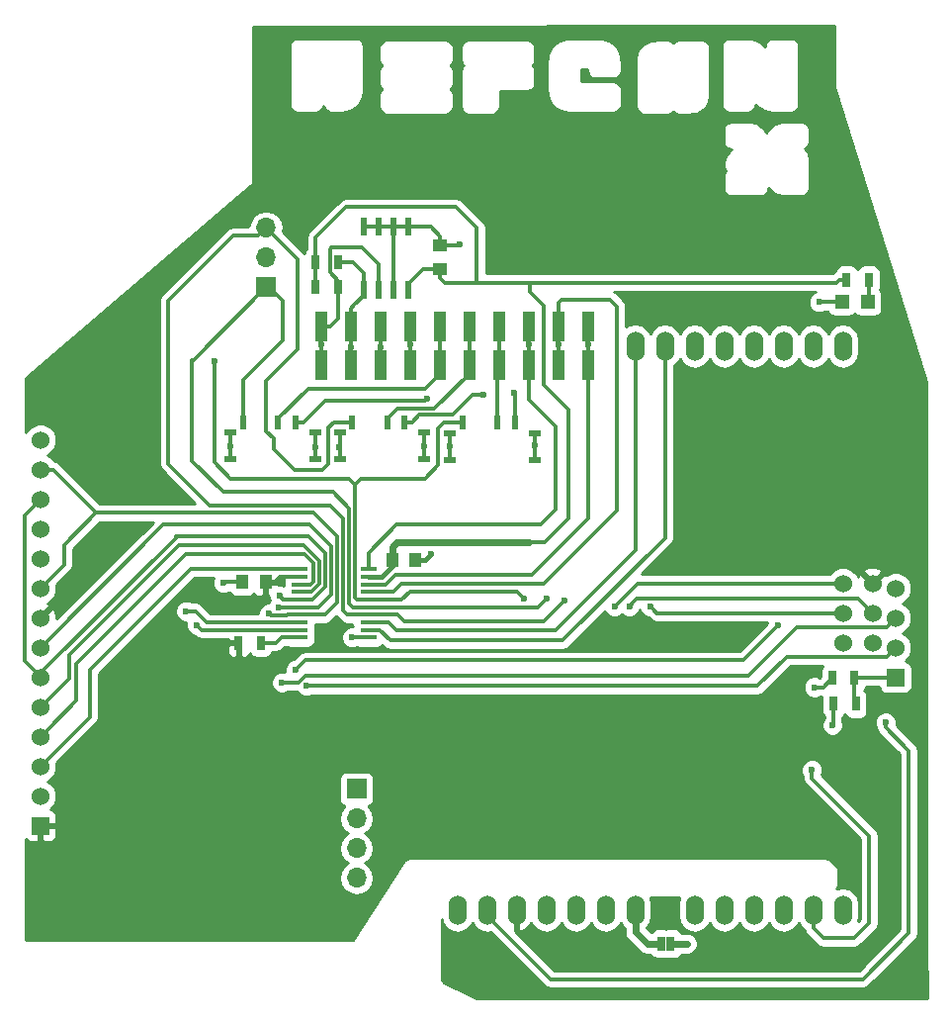
<source format=gbr>
G04 #@! TF.FileFunction,Copper,L1,Top,Signal*
%FSLAX46Y46*%
G04 Gerber Fmt 4.6, Leading zero omitted, Abs format (unit mm)*
G04 Created by KiCad (PCBNEW 4.0.7) date Monday, July 02, 2018 'PMt' 09:22:05 PM*
%MOMM*%
%LPD*%
G01*
G04 APERTURE LIST*
%ADD10C,0.100000*%
%ADD11R,1.524000X1.524000*%
%ADD12C,1.524000*%
%ADD13R,1.700000X1.700000*%
%ADD14O,1.700000X1.700000*%
%ADD15R,1.000000X2.510000*%
%ADD16O,1.524000X2.540000*%
%ADD17R,1.250000X1.000000*%
%ADD18R,1.000000X1.250000*%
%ADD19R,1.200000X1.200000*%
%ADD20R,0.700000X1.300000*%
%ADD21R,0.600000X1.550000*%
%ADD22R,1.450000X0.450000*%
%ADD23R,1.000000X0.500000*%
%ADD24R,0.600000X1.200000*%
%ADD25C,0.600000*%
%ADD26C,0.300000*%
%ADD27C,0.400000*%
%ADD28C,0.600000*%
%ADD29C,0.254000*%
G04 APERTURE END LIST*
D10*
D11*
X164322000Y-163562000D03*
D12*
X164322000Y-161022000D03*
X164322000Y-158482000D03*
X164322000Y-155942000D03*
X164322000Y-153402000D03*
X164322000Y-150862000D03*
X164322000Y-148322000D03*
X164322000Y-145782000D03*
X164322000Y-143242000D03*
X164322000Y-140702000D03*
X164322000Y-138162000D03*
X164322000Y-135622000D03*
X164322000Y-133082000D03*
X164322000Y-130542000D03*
D11*
X237562000Y-150862000D03*
D12*
X237562000Y-148322000D03*
X237562000Y-145782000D03*
X237562000Y-143242000D03*
D13*
X191389000Y-160401000D03*
D14*
X191389000Y-162941000D03*
X191389000Y-165481000D03*
X191389000Y-168021000D03*
D15*
X198501000Y-120840000D03*
X206121000Y-124150000D03*
X208661000Y-124150000D03*
X211201000Y-124150000D03*
X211201000Y-120840000D03*
X208661000Y-120840000D03*
X206121000Y-120840000D03*
X188341000Y-124150000D03*
X190881000Y-124150000D03*
X193421000Y-124150000D03*
X195961000Y-124150000D03*
X188341000Y-120840000D03*
X190881000Y-120840000D03*
X193421000Y-120840000D03*
X195961000Y-120840000D03*
X201041000Y-124150000D03*
X198501000Y-124150000D03*
X201041000Y-120840000D03*
X203581000Y-124150000D03*
D16*
X233045000Y-170764200D03*
X230505000Y-170764200D03*
X227965000Y-170764200D03*
X220345000Y-170764200D03*
X222885000Y-170764200D03*
X225425000Y-170764200D03*
X215265000Y-170764200D03*
X212725000Y-170764200D03*
X210185000Y-170764200D03*
X205105000Y-170764200D03*
X202565000Y-170764200D03*
X233045000Y-122504200D03*
X230505000Y-122504200D03*
X227965000Y-122504200D03*
X225425000Y-122504200D03*
X222885000Y-122504200D03*
X220345000Y-122504200D03*
X217805000Y-122504200D03*
X215265000Y-122504200D03*
X207645000Y-170764200D03*
X200025000Y-170764200D03*
D12*
X233045000Y-142824200D03*
X235585000Y-142824200D03*
X233045000Y-145364200D03*
X235585000Y-145364200D03*
X233045000Y-147904200D03*
X235585000Y-147904200D03*
D15*
X203581000Y-120840000D03*
D17*
X198550000Y-115900000D03*
X198550000Y-113900000D03*
D13*
X183642000Y-117475000D03*
D14*
X183642000Y-114935000D03*
X183642000Y-112395000D03*
D18*
X183600000Y-142700000D03*
X181600000Y-142700000D03*
X194453000Y-140843000D03*
X196453000Y-140843000D03*
D19*
X235161000Y-118745000D03*
X232961000Y-118745000D03*
D20*
X233365000Y-116840000D03*
X235265000Y-116840000D03*
X183200000Y-147900000D03*
X181300000Y-147900000D03*
X232145800Y-150926800D03*
X234045800Y-150926800D03*
X234147400Y-153136600D03*
X232247400Y-153136600D03*
D21*
X195805000Y-112300000D03*
X194535000Y-112300000D03*
X193265000Y-112300000D03*
X191995000Y-112300000D03*
X191995000Y-117700000D03*
X193265000Y-117700000D03*
X194535000Y-117700000D03*
X195805000Y-117700000D03*
D22*
X186508600Y-141601000D03*
X186508600Y-142251000D03*
X186508600Y-142901000D03*
X186508600Y-143551000D03*
X186508600Y-144201000D03*
X186508600Y-144851000D03*
X186508600Y-145501000D03*
X186508600Y-146151000D03*
X186508600Y-146801000D03*
X186508600Y-147451000D03*
X192408600Y-147451000D03*
X192408600Y-146801000D03*
X192408600Y-146151000D03*
X192408600Y-145501000D03*
X192408600Y-144851000D03*
X192408600Y-144201000D03*
X192408600Y-143551000D03*
X192408600Y-142901000D03*
X192408600Y-142251000D03*
X192408600Y-141601000D03*
D20*
X189799000Y-115294000D03*
X187899000Y-115294000D03*
X189799000Y-117453000D03*
X187899000Y-117453000D03*
X217500000Y-173650000D03*
X218300000Y-173650000D03*
D23*
X180619400Y-129870200D03*
D24*
X181675400Y-129013200D03*
X184675400Y-129013200D03*
X186175400Y-129013200D03*
D23*
X180619400Y-132156200D03*
X187858400Y-132156200D03*
X187858400Y-129870200D03*
X189966600Y-129895600D03*
D24*
X191022600Y-129038600D03*
X194022600Y-129038600D03*
X195522600Y-129038600D03*
D23*
X189966600Y-132181600D03*
X197205600Y-132181600D03*
X197205600Y-129895600D03*
X199390000Y-129946400D03*
D24*
X200446000Y-129089400D03*
X203446000Y-129089400D03*
X204946000Y-129089400D03*
D23*
X199390000Y-132232400D03*
X206629000Y-132232400D03*
X206629000Y-129946400D03*
D25*
X197400000Y-127000000D03*
X202300000Y-126650000D03*
X204850000Y-126500000D03*
X195961000Y-122395000D03*
X200200000Y-113800000D03*
X197200000Y-131100000D03*
X189900000Y-131200000D03*
X187900000Y-131200000D03*
X180600000Y-131100000D03*
X206700000Y-131000000D03*
X199390000Y-131100000D03*
X180000000Y-142800000D03*
X197739000Y-140335000D03*
X232156000Y-154940000D03*
X191008000Y-147447000D03*
X231013000Y-118745000D03*
X206121000Y-122395000D03*
X211201000Y-122395000D03*
X208661000Y-122395000D03*
X230600000Y-151700000D03*
X230400000Y-158800000D03*
X206150000Y-139300000D03*
X219699996Y-173650000D03*
X173355000Y-135763000D03*
X173355000Y-137795000D03*
X179197000Y-123825000D03*
X205739998Y-144145000D03*
X214756998Y-144780000D03*
X209169000Y-144271998D03*
X213487000Y-144780000D03*
X207645000Y-144145024D03*
X216535000Y-144780000D03*
X187100000Y-151600000D03*
X184799994Y-143900000D03*
X186200000Y-150200000D03*
X184700000Y-144900013D03*
X227457000Y-146431000D03*
X185000000Y-151300000D03*
X183900000Y-145400000D03*
X176800000Y-145200000D03*
X177700000Y-146400000D03*
X190881000Y-122600000D03*
X188341000Y-122395000D03*
X236699996Y-154700000D03*
X193421000Y-122600000D03*
D26*
X186175400Y-129013200D02*
X186886800Y-129013200D01*
X186886800Y-129013200D02*
X188750000Y-127150000D01*
X188750000Y-127150000D02*
X197250000Y-127150000D01*
X197250000Y-127150000D02*
X197400000Y-127000000D01*
X196761200Y-128400000D02*
X199605398Y-128400000D01*
X199605398Y-128400000D02*
X201355398Y-126650000D01*
X201355398Y-126650000D02*
X202300000Y-126650000D01*
X196122600Y-129038600D02*
X196761200Y-128400000D01*
X195522600Y-129038600D02*
X196122600Y-129038600D01*
X204946000Y-129089400D02*
X204946000Y-126596000D01*
X204946000Y-126596000D02*
X204850000Y-126500000D01*
X195961000Y-120840000D02*
X195961000Y-122395000D01*
X195961000Y-122395000D02*
X195961000Y-124150000D01*
X198550000Y-113900000D02*
X200100000Y-113900000D01*
X200100000Y-113900000D02*
X200200000Y-113800000D01*
X194535000Y-117700000D02*
X194535000Y-112300000D01*
X198550000Y-113900000D02*
X198550000Y-113100000D01*
X198550000Y-113100000D02*
X197750000Y-112300000D01*
X197750000Y-112300000D02*
X196405000Y-112300000D01*
X196405000Y-112300000D02*
X195805000Y-112300000D01*
X194535000Y-112300000D02*
X195805000Y-112300000D01*
X193265000Y-112300000D02*
X194535000Y-112300000D01*
X191995000Y-112300000D02*
X193265000Y-112300000D01*
X180619400Y-129870200D02*
X180619400Y-131080600D01*
X180619400Y-131080600D02*
X180600000Y-131100000D01*
X187858400Y-129870200D02*
X187858400Y-131158400D01*
X187858400Y-131158400D02*
X187900000Y-131200000D01*
X189966600Y-129895600D02*
X189966600Y-131133400D01*
X189966600Y-131133400D02*
X189900000Y-131200000D01*
X197205600Y-129895600D02*
X197205600Y-131094400D01*
X197205600Y-131094400D02*
X197200000Y-131100000D01*
X197205600Y-132181600D02*
X197205600Y-131105600D01*
X197205600Y-131105600D02*
X197200000Y-131100000D01*
X189966600Y-132181600D02*
X189966600Y-131266600D01*
X189966600Y-131266600D02*
X189900000Y-131200000D01*
X187858400Y-132156200D02*
X187858400Y-131241600D01*
X187858400Y-131241600D02*
X187900000Y-131200000D01*
X180619400Y-132156200D02*
X180619400Y-131119400D01*
X180619400Y-131119400D02*
X180600000Y-131100000D01*
X206629000Y-132232400D02*
X206629000Y-131071000D01*
X206629000Y-131071000D02*
X206700000Y-131000000D01*
X206629000Y-129946400D02*
X206629000Y-130929000D01*
X206629000Y-130929000D02*
X206700000Y-131000000D01*
X199390000Y-129946400D02*
X199390000Y-131100000D01*
X199390000Y-132232400D02*
X199390000Y-131100000D01*
X181600000Y-142700000D02*
X180100000Y-142700000D01*
X180100000Y-142700000D02*
X180000000Y-142800000D01*
D27*
X196453000Y-140843000D02*
X197231000Y-140843000D01*
X197231000Y-140843000D02*
X197739000Y-140335000D01*
D26*
X232247400Y-153136600D02*
X232247400Y-154848600D01*
X232247400Y-154848600D02*
X232156000Y-154940000D01*
X192408600Y-147451000D02*
X191012000Y-147451000D01*
X191012000Y-147451000D02*
X191008000Y-147447000D01*
X232961000Y-118745000D02*
X231013000Y-118745000D01*
X192408600Y-141601000D02*
X192408600Y-140204400D01*
X192408600Y-140204400D02*
X194818000Y-137795000D01*
X194818000Y-137795000D02*
X207137000Y-137795000D01*
X207137000Y-137795000D02*
X208407000Y-136525000D01*
X208407000Y-136525000D02*
X208407000Y-129357000D01*
X208407000Y-129357000D02*
X206121000Y-127071000D01*
X206121000Y-127071000D02*
X206121000Y-124150000D01*
X206121000Y-120840000D02*
X206121000Y-122395000D01*
X206121000Y-122395000D02*
X206121000Y-124150000D01*
X211201000Y-124150000D02*
X211201000Y-137287000D01*
X211201000Y-137287000D02*
X206375000Y-142113000D01*
X206375000Y-142113000D02*
X194691000Y-142113000D01*
X194691000Y-142113000D02*
X193903000Y-142901000D01*
X193903000Y-142901000D02*
X192408600Y-142901000D01*
X211201000Y-120840000D02*
X211201000Y-122395000D01*
X211201000Y-122395000D02*
X211201000Y-124150000D01*
X192408600Y-143551000D02*
X194523000Y-143551000D01*
X194523000Y-143551000D02*
X195199000Y-142875000D01*
X195199000Y-142875000D02*
X207391000Y-142875000D01*
X207391000Y-142875000D02*
X213700000Y-136566000D01*
X213700000Y-119150000D02*
X213100000Y-118550000D01*
X213700000Y-136566000D02*
X213700000Y-119150000D01*
X213100000Y-118550000D02*
X208950000Y-118550000D01*
X208950000Y-118550000D02*
X208661000Y-118839000D01*
X208661000Y-118839000D02*
X208661000Y-120840000D01*
X208661000Y-120840000D02*
X208661000Y-122395000D01*
X208661000Y-122395000D02*
X208661000Y-124150000D01*
X192408600Y-146151000D02*
X194157000Y-146151000D01*
X208407000Y-146812000D02*
X215265000Y-139954000D01*
X194157000Y-146151000D02*
X194818000Y-146812000D01*
X194818000Y-146812000D02*
X208407000Y-146812000D01*
X215265000Y-139954000D02*
X215265000Y-124074200D01*
X215265000Y-124074200D02*
X215265000Y-122504200D01*
X193376478Y-146801000D02*
X194276478Y-147701000D01*
X217805000Y-124074200D02*
X217805000Y-122504200D01*
X217805000Y-138938000D02*
X217805000Y-124074200D01*
X209042000Y-147701000D02*
X217805000Y-138938000D01*
X194276478Y-147701000D02*
X209042000Y-147701000D01*
X192408600Y-146801000D02*
X193376478Y-146801000D01*
X230600000Y-151700000D02*
X231372600Y-151700000D01*
X231372600Y-151700000D02*
X232145800Y-150926800D01*
X235300000Y-164400000D02*
X230400000Y-159500000D01*
X230400000Y-159500000D02*
X230400000Y-158800000D01*
X235300000Y-171900000D02*
X235300000Y-164400000D01*
X234000000Y-173200000D02*
X235300000Y-171900000D01*
X231370800Y-173200000D02*
X234000000Y-173200000D01*
X230505000Y-170764200D02*
X230505000Y-172334200D01*
X230505000Y-172334200D02*
X231370800Y-173200000D01*
X230505000Y-170764200D02*
X230505000Y-171272200D01*
X206200000Y-117078000D02*
X206200000Y-117900000D01*
X206200000Y-117900000D02*
X207400000Y-119100000D01*
X207400000Y-125800000D02*
X209550000Y-127950000D01*
X209550000Y-137250000D02*
X207500000Y-139300000D01*
X207500000Y-139300000D02*
X206150000Y-139300000D01*
X207400000Y-119100000D02*
X207400000Y-125800000D01*
X209550000Y-127950000D02*
X209550000Y-137250000D01*
X199771000Y-117078000D02*
X201700000Y-117078000D01*
X201700000Y-117078000D02*
X206200000Y-117078000D01*
X199900000Y-110600000D02*
X201700000Y-112400000D01*
X201700000Y-112400000D02*
X201700000Y-117078000D01*
X190500000Y-110600000D02*
X199900000Y-110600000D01*
X187899000Y-113201000D02*
X190500000Y-110600000D01*
X187899000Y-115294000D02*
X187899000Y-113201000D01*
X187899000Y-117453000D02*
X187899000Y-115294000D01*
X195805000Y-117700000D02*
X195805000Y-117225000D01*
X195805000Y-117225000D02*
X197130000Y-115900000D01*
X197130000Y-115900000D02*
X197625000Y-115900000D01*
X197625000Y-115900000D02*
X198550000Y-115900000D01*
X198550000Y-115900000D02*
X198550000Y-116700000D01*
X198550000Y-116700000D02*
X198928000Y-117078000D01*
X198928000Y-117078000D02*
X199771000Y-117078000D01*
X206200000Y-117078000D02*
X231267000Y-117078000D01*
D28*
X194453000Y-140843000D02*
X194453000Y-139697000D01*
X194850000Y-139300000D02*
X206150000Y-139300000D01*
X194453000Y-139697000D02*
X194850000Y-139300000D01*
D27*
X194453000Y-140843000D02*
X194453000Y-141331600D01*
X194453000Y-141331600D02*
X193533600Y-142251000D01*
X192408600Y-142251000D02*
X193533600Y-142251000D01*
X194437000Y-140827000D02*
X194453000Y-140843000D01*
D26*
X231267000Y-117078000D02*
X231378000Y-117078000D01*
X233365000Y-116840000D02*
X232715000Y-116840000D01*
X232715000Y-116840000D02*
X232477000Y-117078000D01*
X232477000Y-117078000D02*
X231267000Y-117078000D01*
D28*
X218350001Y-173650000D02*
X219699996Y-173650000D01*
D26*
X183600000Y-142700000D02*
X184400000Y-142700000D01*
X184400000Y-142700000D02*
X184849000Y-142251000D01*
X184849000Y-142251000D02*
X185483600Y-142251000D01*
X185483600Y-142251000D02*
X186508600Y-142251000D01*
X164322000Y-145782000D02*
X172309000Y-137795000D01*
X172309000Y-137795000D02*
X173355000Y-137795000D01*
X235265000Y-116840000D02*
X235265000Y-118641000D01*
X235265000Y-118641000D02*
X235161000Y-118745000D01*
X179197000Y-123888500D02*
X179197000Y-123825000D01*
X192408600Y-144201000D02*
X195270000Y-144201000D01*
X195961000Y-143510000D02*
X205104998Y-143510000D01*
X205104998Y-143510000D02*
X205739998Y-144145000D01*
X195270000Y-144201000D02*
X195961000Y-143510000D01*
X198866998Y-129089400D02*
X200446000Y-129089400D01*
X198374000Y-129582398D02*
X198866998Y-129089400D01*
X215407000Y-144129998D02*
X215056997Y-144480001D01*
X234350798Y-144129998D02*
X215407000Y-144129998D01*
X235585000Y-145364200D02*
X234350798Y-144129998D01*
X215056997Y-144480001D02*
X214756998Y-144780000D01*
X192408600Y-144201000D02*
X191383600Y-144201000D01*
X191383600Y-144201000D02*
X191262000Y-144079400D01*
X191262000Y-144079400D02*
X191262000Y-134366000D01*
X190754000Y-133858000D02*
X191262000Y-134366000D01*
X191262000Y-134366000D02*
X191770000Y-133858000D01*
X191770000Y-133858000D02*
X197231000Y-133858000D01*
X197231000Y-133858000D02*
X198374000Y-132715000D01*
X198374000Y-132715000D02*
X198374000Y-129582398D01*
X180594000Y-133858000D02*
X190754000Y-133858000D01*
X179197000Y-132461000D02*
X180594000Y-133858000D01*
X179197000Y-123888500D02*
X179197000Y-132461000D01*
X186301010Y-116442729D02*
X186301010Y-115054010D01*
X186301010Y-115054010D02*
X183642000Y-112395000D01*
X186301010Y-122816990D02*
X186301010Y-116442729D01*
X184277000Y-131318000D02*
X184277000Y-130429000D01*
X188468000Y-133096000D02*
X186055000Y-133096000D01*
X183642000Y-125476000D02*
X186301010Y-122816990D01*
X188976000Y-132588000D02*
X188468000Y-133096000D01*
X183642000Y-129794000D02*
X183642000Y-125476000D01*
X184277000Y-130429000D02*
X183642000Y-129794000D01*
X186055000Y-133096000D02*
X184277000Y-131318000D01*
X180801500Y-113076500D02*
X182960500Y-113076500D01*
X182960500Y-113076500D02*
X183642000Y-112395000D01*
X190586000Y-145501000D02*
X192408600Y-145501000D01*
X190200051Y-145115051D02*
X190586000Y-145501000D01*
X189103000Y-136144000D02*
X190200051Y-137241051D01*
X175260000Y-118618000D02*
X175260000Y-132588000D01*
X180801500Y-113076500D02*
X175260000Y-118618000D01*
X188976000Y-129506198D02*
X188976000Y-132588000D01*
X189443598Y-129038600D02*
X188976000Y-129506198D01*
X191022600Y-129038600D02*
X189443598Y-129038600D01*
X175260000Y-132588000D02*
X178816000Y-136144000D01*
X178816000Y-136144000D02*
X189103000Y-136144000D01*
X190200051Y-137241051D02*
X190200051Y-145115051D01*
X209169000Y-144271998D02*
X207390998Y-146050000D01*
X195453000Y-146050000D02*
X194904000Y-145501000D01*
X207390998Y-146050000D02*
X195453000Y-146050000D01*
X194904000Y-145501000D02*
X192408600Y-145501000D01*
X233045000Y-142824200D02*
X215442800Y-142824200D01*
X215442800Y-142824200D02*
X213487000Y-144780000D01*
X183642000Y-117475000D02*
X183896000Y-117475000D01*
X183896000Y-117475000D02*
X185039000Y-118618000D01*
X177292000Y-123698000D02*
X177419000Y-123698000D01*
X177419000Y-123698000D02*
X183642000Y-117475000D01*
X192408600Y-144851000D02*
X206939024Y-144851000D01*
X177292000Y-132334000D02*
X177292000Y-123698000D01*
X179959000Y-135001000D02*
X177292000Y-132334000D01*
X189357000Y-135001000D02*
X179959000Y-135001000D01*
X190754000Y-136398000D02*
X189357000Y-135001000D01*
X190754000Y-144526000D02*
X190754000Y-136398000D01*
X191079000Y-144851000D02*
X190754000Y-144526000D01*
X192408600Y-144851000D02*
X191079000Y-144851000D01*
X181675400Y-129013200D02*
X181675400Y-125410600D01*
X181675400Y-125410600D02*
X185039000Y-122047000D01*
X185039000Y-122047000D02*
X185039000Y-118618000D01*
X207345001Y-144445023D02*
X207645000Y-144145024D01*
X206939024Y-144851000D02*
X207345001Y-144445023D01*
X233045000Y-145364200D02*
X217119200Y-145364200D01*
X216834999Y-145079999D02*
X216535000Y-144780000D01*
X217119200Y-145364200D02*
X216834999Y-145079999D01*
X203446000Y-129089400D02*
X203446000Y-124285000D01*
X203446000Y-124285000D02*
X203581000Y-124150000D01*
X203446000Y-124294200D02*
X203581000Y-124159200D01*
X203581000Y-120849200D02*
X203581000Y-124159200D01*
X198046011Y-127899989D02*
X201041000Y-124905000D01*
X194861211Y-127899989D02*
X198046011Y-127899989D01*
X194022600Y-129038600D02*
X194022600Y-128738600D01*
X201041000Y-124905000D02*
X201041000Y-124150000D01*
X194022600Y-128738600D02*
X194861211Y-127899989D01*
X201041000Y-124159200D02*
X201041000Y-124914200D01*
X201041000Y-120849200D02*
X201041000Y-122404200D01*
X201041000Y-122404200D02*
X201041000Y-124159200D01*
X184675400Y-129013200D02*
X184675400Y-128713200D01*
X184675400Y-128713200D02*
X187238600Y-126150000D01*
X187238600Y-126150000D02*
X197256000Y-126150000D01*
X197256000Y-126150000D02*
X198501000Y-124905000D01*
X198501000Y-124905000D02*
X198501000Y-124150000D01*
X198501000Y-120849200D02*
X198501000Y-122404200D01*
X198501000Y-122404200D02*
X198501000Y-124159200D01*
X184949000Y-147451000D02*
X184500000Y-147900000D01*
X184500000Y-147900000D02*
X183200000Y-147900000D01*
X186508600Y-147451000D02*
X184949000Y-147451000D01*
X234045800Y-150926800D02*
X234045800Y-153035000D01*
X234045800Y-153035000D02*
X234147400Y-153136600D01*
X237562000Y-150862000D02*
X234110600Y-150862000D01*
X234110600Y-150862000D02*
X234045800Y-150926800D01*
X186508600Y-141601000D02*
X177186244Y-141601000D01*
X177186244Y-141601000D02*
X168529000Y-150258244D01*
X168529000Y-150258244D02*
X168529000Y-154275000D01*
X168529000Y-154275000D02*
X164322000Y-158482000D01*
X187700000Y-141107122D02*
X186927878Y-140335000D01*
X167386000Y-149733000D02*
X167386000Y-152878000D01*
X187476478Y-142901000D02*
X187700000Y-142677478D01*
X186508600Y-142901000D02*
X187476478Y-142901000D01*
X187700000Y-142677478D02*
X187700000Y-141107122D01*
X186927878Y-140335000D02*
X176784000Y-140335000D01*
X176784000Y-140335000D02*
X167386000Y-149733000D01*
X167386000Y-152878000D02*
X165083999Y-155180001D01*
X165083999Y-155180001D02*
X164322000Y-155942000D01*
X187533600Y-143551000D02*
X188200011Y-142884589D01*
X166751000Y-150973000D02*
X165083999Y-152640001D01*
X166751000Y-148971000D02*
X166751000Y-150973000D01*
X186873000Y-139573000D02*
X176149000Y-139573000D01*
X188200010Y-140900010D02*
X186873000Y-139573000D01*
X186508600Y-143551000D02*
X187533600Y-143551000D01*
X165083999Y-152640001D02*
X164322000Y-153402000D01*
X176149000Y-139573000D02*
X166751000Y-148971000D01*
X188200011Y-142884589D02*
X188200010Y-140900010D01*
X164322000Y-150862000D02*
X164322000Y-150797000D01*
X164322000Y-150797000D02*
X162950000Y-149425000D01*
X162950000Y-136994000D02*
X164322000Y-135622000D01*
X162950000Y-149425000D02*
X162950000Y-136994000D01*
X175975000Y-138811000D02*
X175975000Y-138850000D01*
X175975000Y-138850000D02*
X164322000Y-150503000D01*
X164322000Y-150503000D02*
X164322000Y-150862000D01*
X225717000Y-151600000D02*
X187524264Y-151600000D01*
X236800001Y-149083999D02*
X228233001Y-149083999D01*
X187524264Y-151600000D02*
X187100000Y-151600000D01*
X237562000Y-148322000D02*
X236800001Y-149083999D01*
X228233001Y-149083999D02*
X225717000Y-151600000D01*
X186508600Y-144201000D02*
X187590720Y-144201000D01*
X187590720Y-144201000D02*
X188700021Y-143091699D01*
X188700021Y-143091699D02*
X188700021Y-140200021D01*
X188700021Y-140200021D02*
X187311000Y-138811000D01*
X187311000Y-138811000D02*
X175975000Y-138811000D01*
X175975000Y-138811000D02*
X175895000Y-138811000D01*
X186508600Y-144201000D02*
X185100994Y-144201000D01*
X185099993Y-144199999D02*
X184799994Y-143900000D01*
X185100994Y-144201000D02*
X185099993Y-144199999D01*
X227457000Y-146431000D02*
X224488000Y-149400000D01*
X224488000Y-149400000D02*
X187000000Y-149400000D01*
X187000000Y-149400000D02*
X186200000Y-150200000D01*
X186508600Y-144851000D02*
X188149000Y-144851000D01*
X188149000Y-144851000D02*
X189200030Y-143799970D01*
X189200030Y-143799970D02*
X189200030Y-139600030D01*
X189200030Y-139600030D02*
X187395000Y-137795000D01*
X165083999Y-147560001D02*
X164322000Y-148322000D01*
X187395000Y-137795000D02*
X174849000Y-137795000D01*
X174849000Y-137795000D02*
X165083999Y-147560001D01*
X184749013Y-144851000D02*
X184700000Y-144900013D01*
X186508600Y-144851000D02*
X184749013Y-144851000D01*
X164322000Y-133082000D02*
X165407000Y-133082000D01*
X165407000Y-133082000D02*
X169104000Y-136779000D01*
X171325000Y-136779000D02*
X169104000Y-136779000D01*
X166350000Y-141214000D02*
X164322000Y-143242000D01*
X166350000Y-139533000D02*
X166350000Y-141214000D01*
X169104000Y-136779000D02*
X166350000Y-139533000D01*
X237562000Y-145782000D02*
X236800001Y-146543999D01*
X236800001Y-146543999D02*
X229122001Y-146543999D01*
X229122001Y-146543999D02*
X224966000Y-150700000D01*
X224966000Y-150700000D02*
X187000000Y-150700000D01*
X187000000Y-150700000D02*
X186400000Y-151300000D01*
X186400000Y-151300000D02*
X185424264Y-151300000D01*
X185424264Y-151300000D02*
X185000000Y-151300000D01*
X186508600Y-145501000D02*
X188699000Y-145501000D01*
X188699000Y-145501000D02*
X189700040Y-144499960D01*
X189700040Y-144499960D02*
X189700040Y-138800040D01*
X187679000Y-136779000D02*
X171325000Y-136779000D01*
X171325000Y-136779000D02*
X171225000Y-136779000D01*
X189700040Y-138800040D02*
X187679000Y-136779000D01*
X184050015Y-145550015D02*
X183900000Y-145400000D01*
X185434585Y-145550015D02*
X184050015Y-145550015D01*
X185483600Y-145501000D02*
X185434585Y-145550015D01*
X186508600Y-145501000D02*
X185483600Y-145501000D01*
X186508600Y-146151000D02*
X178551000Y-146151000D01*
X178551000Y-146151000D02*
X177600000Y-145200000D01*
X177600000Y-145200000D02*
X177224264Y-145200000D01*
X177224264Y-145200000D02*
X176800000Y-145200000D01*
X186508600Y-146801000D02*
X178101000Y-146801000D01*
X177999999Y-146699999D02*
X177700000Y-146400000D01*
X178101000Y-146801000D02*
X177999999Y-146699999D01*
X190881000Y-122395000D02*
X190881000Y-122600000D01*
X190881000Y-122600000D02*
X190881000Y-123659190D01*
X190881000Y-120840000D02*
X190881000Y-122395000D01*
X191170000Y-119000000D02*
X191166000Y-119000000D01*
X191166000Y-119000000D02*
X190881000Y-119285000D01*
X190881000Y-119285000D02*
X190881000Y-120840000D01*
X191995000Y-117700000D02*
X191995000Y-118175000D01*
X191995000Y-118175000D02*
X191170000Y-119000000D01*
X191044000Y-115294000D02*
X191995000Y-116245000D01*
X191995000Y-116245000D02*
X191995000Y-117700000D01*
X189799000Y-115294000D02*
X191044000Y-115294000D01*
X191850000Y-114050000D02*
X193265000Y-115465000D01*
X193265000Y-115465000D02*
X193265000Y-117700000D01*
X189250000Y-114050000D02*
X191850000Y-114050000D01*
X189098999Y-114201001D02*
X189250000Y-114050000D01*
X189799000Y-117453000D02*
X189799000Y-116924002D01*
X189799000Y-116924002D02*
X189098999Y-116224001D01*
X189098999Y-116224001D02*
X189098999Y-114201001D01*
X188341000Y-120840000D02*
X189141000Y-120840000D01*
X189141000Y-120840000D02*
X189799000Y-120182000D01*
X189799000Y-120182000D02*
X189799000Y-118403000D01*
X189799000Y-118403000D02*
X189799000Y-117453000D01*
X188341000Y-120840000D02*
X188341000Y-122395000D01*
X188341000Y-122395000D02*
X188341000Y-124150000D01*
X202565000Y-170764200D02*
X202565000Y-171272200D01*
X202565000Y-171272200D02*
X207992800Y-176700000D01*
X207992800Y-176700000D02*
X234750000Y-176700000D01*
X238700000Y-157124268D02*
X236699996Y-155124264D01*
X234750000Y-176700000D02*
X238700000Y-172750000D01*
X238700000Y-172750000D02*
X238700000Y-157124268D01*
X236699996Y-155124264D02*
X236699996Y-154700000D01*
D28*
X215265000Y-170764200D02*
X215265000Y-172634200D01*
X215265000Y-172634200D02*
X216280800Y-173650000D01*
X216280800Y-173650000D02*
X217449999Y-173650000D01*
D26*
X193421000Y-122395000D02*
X193421000Y-122600000D01*
X193421000Y-122600000D02*
X193421000Y-124150000D01*
X193421000Y-120840000D02*
X193421000Y-122395000D01*
D29*
G36*
X232347200Y-100418800D02*
X232367443Y-100520565D01*
X232378571Y-100623725D01*
X240195228Y-125555754D01*
X240208200Y-173469986D01*
X240209497Y-173476495D01*
X240208328Y-173483026D01*
X240301644Y-178315000D01*
X201661707Y-178315000D01*
X198905765Y-176937029D01*
X198685000Y-176716264D01*
X198685000Y-171596080D01*
X198734340Y-171844130D01*
X199037172Y-172297349D01*
X199490391Y-172600181D01*
X200025000Y-172706521D01*
X200559609Y-172600181D01*
X201012828Y-172297349D01*
X201295000Y-171875050D01*
X201577172Y-172297349D01*
X202030391Y-172600181D01*
X202565000Y-172706521D01*
X202835381Y-172652739D01*
X207437721Y-177255079D01*
X207692393Y-177425245D01*
X207992800Y-177485000D01*
X234750000Y-177485000D01*
X235050407Y-177425245D01*
X235305079Y-177255079D01*
X239255079Y-173305079D01*
X239425245Y-173050406D01*
X239485001Y-172750000D01*
X239485000Y-172749995D01*
X239485000Y-157124268D01*
X239425245Y-156823862D01*
X239255079Y-156569189D01*
X237616600Y-154930710D01*
X237634834Y-154886799D01*
X237635158Y-154514833D01*
X237493113Y-154171057D01*
X237230323Y-153907808D01*
X236886795Y-153765162D01*
X236514829Y-153764838D01*
X236171053Y-153906883D01*
X235907804Y-154169673D01*
X235765158Y-154513201D01*
X235764834Y-154885167D01*
X235906879Y-155228943D01*
X235943019Y-155265147D01*
X235974751Y-155424671D01*
X236144917Y-155679343D01*
X237915000Y-157449426D01*
X237915000Y-172424842D01*
X234424842Y-175915000D01*
X208317958Y-175915000D01*
X204932611Y-172529653D01*
X204978000Y-172503920D01*
X204978000Y-170891200D01*
X204958000Y-170891200D01*
X204958000Y-170637200D01*
X204978000Y-170637200D01*
X204978000Y-170617200D01*
X205232000Y-170617200D01*
X205232000Y-170637200D01*
X205252000Y-170637200D01*
X205252000Y-170891200D01*
X205232000Y-170891200D01*
X205232000Y-172503920D01*
X205448070Y-172626420D01*
X205522277Y-172611460D01*
X206003026Y-172349830D01*
X206347059Y-171924141D01*
X206365670Y-171861087D01*
X206657172Y-172297349D01*
X207110391Y-172600181D01*
X207645000Y-172706521D01*
X208179609Y-172600181D01*
X208632828Y-172297349D01*
X208915000Y-171875050D01*
X209197172Y-172297349D01*
X209650391Y-172600181D01*
X210185000Y-172706521D01*
X210719609Y-172600181D01*
X211172828Y-172297349D01*
X211455000Y-171875050D01*
X211737172Y-172297349D01*
X212190391Y-172600181D01*
X212725000Y-172706521D01*
X213259609Y-172600181D01*
X213712828Y-172297349D01*
X213995000Y-171875050D01*
X214277172Y-172297349D01*
X214330000Y-172332648D01*
X214330000Y-172634200D01*
X214401173Y-172992009D01*
X214603855Y-173295345D01*
X215619655Y-174311145D01*
X215922991Y-174513827D01*
X216280800Y-174585000D01*
X216578808Y-174585000D01*
X216685910Y-174751441D01*
X216898110Y-174896431D01*
X217150000Y-174947440D01*
X217850000Y-174947440D01*
X217901836Y-174937686D01*
X217950000Y-174947440D01*
X218650000Y-174947440D01*
X218885317Y-174903162D01*
X219101441Y-174764090D01*
X219223808Y-174585000D01*
X219699180Y-174585000D01*
X219885163Y-174585162D01*
X220228939Y-174443117D01*
X220492188Y-174180327D01*
X220634834Y-173836799D01*
X220635158Y-173464833D01*
X220493113Y-173121057D01*
X220230323Y-172857808D01*
X219886795Y-172715162D01*
X219514829Y-172714838D01*
X219514437Y-172715000D01*
X219221192Y-172715000D01*
X219114090Y-172548559D01*
X218901890Y-172403569D01*
X218650000Y-172352560D01*
X217950000Y-172352560D01*
X217898164Y-172362314D01*
X217850000Y-172352560D01*
X217150000Y-172352560D01*
X216914683Y-172396838D01*
X216698559Y-172535910D01*
X216613495Y-172660405D01*
X216251396Y-172298306D01*
X216252828Y-172297349D01*
X216555660Y-171844130D01*
X216662000Y-171309521D01*
X216662000Y-170218879D01*
X216555805Y-169685000D01*
X219054195Y-169685000D01*
X218948000Y-170218879D01*
X218948000Y-171309521D01*
X219054340Y-171844130D01*
X219357172Y-172297349D01*
X219810391Y-172600181D01*
X220345000Y-172706521D01*
X220879609Y-172600181D01*
X221332828Y-172297349D01*
X221615000Y-171875050D01*
X221897172Y-172297349D01*
X222350391Y-172600181D01*
X222885000Y-172706521D01*
X223419609Y-172600181D01*
X223872828Y-172297349D01*
X224155000Y-171875050D01*
X224437172Y-172297349D01*
X224890391Y-172600181D01*
X225425000Y-172706521D01*
X225959609Y-172600181D01*
X226412828Y-172297349D01*
X226695000Y-171875050D01*
X226977172Y-172297349D01*
X227430391Y-172600181D01*
X227965000Y-172706521D01*
X228499609Y-172600181D01*
X228952828Y-172297349D01*
X229235000Y-171875050D01*
X229517172Y-172297349D01*
X229742636Y-172448000D01*
X229779755Y-172634607D01*
X229949921Y-172889279D01*
X230815721Y-173755079D01*
X231070393Y-173925245D01*
X231370800Y-173985000D01*
X234000000Y-173985000D01*
X234300407Y-173925245D01*
X234555079Y-173755079D01*
X235855079Y-172455079D01*
X236025245Y-172200406D01*
X236085001Y-171900000D01*
X236085000Y-171899995D01*
X236085000Y-164400000D01*
X236025245Y-164099594D01*
X235855079Y-163844921D01*
X231235702Y-159225544D01*
X231334838Y-158986799D01*
X231335162Y-158614833D01*
X231193117Y-158271057D01*
X230930327Y-158007808D01*
X230586799Y-157865162D01*
X230214833Y-157864838D01*
X229871057Y-158006883D01*
X229607808Y-158269673D01*
X229465162Y-158613201D01*
X229464838Y-158985167D01*
X229606883Y-159328943D01*
X229615000Y-159337074D01*
X229615000Y-159500000D01*
X229674755Y-159800407D01*
X229844921Y-160055079D01*
X234515000Y-164725158D01*
X234515000Y-171574842D01*
X234357994Y-171731848D01*
X234442000Y-171309521D01*
X234442000Y-170218879D01*
X234335660Y-169684270D01*
X234032828Y-169231051D01*
X233579609Y-168928219D01*
X233045000Y-168821879D01*
X232523647Y-168925582D01*
X232632857Y-168762138D01*
X232685000Y-168500000D01*
X232685000Y-167500000D01*
X232632857Y-167237862D01*
X232484368Y-167015632D01*
X231984368Y-166515632D01*
X231762138Y-166367143D01*
X231500000Y-166315000D01*
X196000000Y-166315000D01*
X195927939Y-166329334D01*
X195854485Y-166330635D01*
X195798135Y-166355154D01*
X195737862Y-166367143D01*
X195676775Y-166407960D01*
X195609407Y-166437273D01*
X195566728Y-166481491D01*
X195515632Y-166515632D01*
X195474817Y-166576716D01*
X195423792Y-166629581D01*
X191126024Y-173315000D01*
X163067200Y-173315000D01*
X163067200Y-164729226D01*
X163200302Y-164862327D01*
X163433691Y-164959000D01*
X164036250Y-164959000D01*
X164195000Y-164800250D01*
X164195000Y-163689000D01*
X164449000Y-163689000D01*
X164449000Y-164800250D01*
X164607750Y-164959000D01*
X165210309Y-164959000D01*
X165443698Y-164862327D01*
X165622327Y-164683699D01*
X165719000Y-164450310D01*
X165719000Y-163847750D01*
X165560250Y-163689000D01*
X164449000Y-163689000D01*
X164195000Y-163689000D01*
X164175000Y-163689000D01*
X164175000Y-163435000D01*
X164195000Y-163435000D01*
X164195000Y-163415000D01*
X164449000Y-163415000D01*
X164449000Y-163435000D01*
X165560250Y-163435000D01*
X165719000Y-163276250D01*
X165719000Y-162941000D01*
X189874907Y-162941000D01*
X189987946Y-163509285D01*
X190309853Y-163991054D01*
X190639026Y-164211000D01*
X190309853Y-164430946D01*
X189987946Y-164912715D01*
X189874907Y-165481000D01*
X189987946Y-166049285D01*
X190309853Y-166531054D01*
X190639026Y-166751000D01*
X190309853Y-166970946D01*
X189987946Y-167452715D01*
X189874907Y-168021000D01*
X189987946Y-168589285D01*
X190309853Y-169071054D01*
X190791622Y-169392961D01*
X191359907Y-169506000D01*
X191418093Y-169506000D01*
X191986378Y-169392961D01*
X192468147Y-169071054D01*
X192790054Y-168589285D01*
X192903093Y-168021000D01*
X192790054Y-167452715D01*
X192468147Y-166970946D01*
X192138974Y-166751000D01*
X192468147Y-166531054D01*
X192790054Y-166049285D01*
X192903093Y-165481000D01*
X192790054Y-164912715D01*
X192468147Y-164430946D01*
X192138974Y-164211000D01*
X192468147Y-163991054D01*
X192790054Y-163509285D01*
X192903093Y-162941000D01*
X192790054Y-162372715D01*
X192468147Y-161890946D01*
X192426548Y-161863150D01*
X192474317Y-161854162D01*
X192690441Y-161715090D01*
X192835431Y-161502890D01*
X192886440Y-161251000D01*
X192886440Y-159551000D01*
X192842162Y-159315683D01*
X192703090Y-159099559D01*
X192490890Y-158954569D01*
X192239000Y-158903560D01*
X190539000Y-158903560D01*
X190303683Y-158947838D01*
X190087559Y-159086910D01*
X189942569Y-159299110D01*
X189891560Y-159551000D01*
X189891560Y-161251000D01*
X189935838Y-161486317D01*
X190074910Y-161702441D01*
X190287110Y-161847431D01*
X190354541Y-161861086D01*
X190309853Y-161890946D01*
X189987946Y-162372715D01*
X189874907Y-162941000D01*
X165719000Y-162941000D01*
X165719000Y-162673690D01*
X165622327Y-162440301D01*
X165443698Y-162261673D01*
X165210309Y-162165000D01*
X165154386Y-162165000D01*
X165505629Y-161814370D01*
X165718757Y-161301100D01*
X165719242Y-160745339D01*
X165507010Y-160231697D01*
X165114370Y-159838371D01*
X164906488Y-159752051D01*
X165112303Y-159667010D01*
X165505629Y-159274370D01*
X165718757Y-158761100D01*
X165719242Y-158205339D01*
X165716195Y-158197963D01*
X169084079Y-154830079D01*
X169211357Y-154639593D01*
X169254245Y-154575406D01*
X169314000Y-154275000D01*
X169314000Y-150583402D01*
X171711652Y-148185750D01*
X180315000Y-148185750D01*
X180315000Y-148676310D01*
X180411673Y-148909699D01*
X180590302Y-149088327D01*
X180823691Y-149185000D01*
X181014250Y-149185000D01*
X181173000Y-149026250D01*
X181173000Y-148027000D01*
X180473750Y-148027000D01*
X180315000Y-148185750D01*
X171711652Y-148185750D01*
X177511402Y-142386000D01*
X179159505Y-142386000D01*
X179065162Y-142613201D01*
X179064838Y-142985167D01*
X179206883Y-143328943D01*
X179469673Y-143592192D01*
X179813201Y-143734838D01*
X180185167Y-143735162D01*
X180520254Y-143596707D01*
X180635910Y-143776441D01*
X180848110Y-143921431D01*
X181100000Y-143972440D01*
X182100000Y-143972440D01*
X182335317Y-143928162D01*
X182551441Y-143789090D01*
X182597969Y-143720994D01*
X182740302Y-143863327D01*
X182973691Y-143960000D01*
X183314250Y-143960000D01*
X183473000Y-143801250D01*
X183473000Y-142827000D01*
X183453000Y-142827000D01*
X183453000Y-142573000D01*
X183473000Y-142573000D01*
X183473000Y-142553000D01*
X183727000Y-142553000D01*
X183727000Y-142573000D01*
X184576250Y-142573000D01*
X184735000Y-142414250D01*
X184735000Y-142386000D01*
X185213208Y-142386000D01*
X185187169Y-142424110D01*
X185172042Y-142498808D01*
X185148600Y-142522250D01*
X185148600Y-142602310D01*
X185150267Y-142606335D01*
X185136160Y-142676000D01*
X185136160Y-143027185D01*
X184986793Y-142965162D01*
X184714175Y-142964925D01*
X184576250Y-142827000D01*
X183727000Y-142827000D01*
X183727000Y-143801250D01*
X183864959Y-143939209D01*
X183864832Y-144085167D01*
X183960612Y-144316974D01*
X183907808Y-144369686D01*
X183868242Y-144464972D01*
X183714833Y-144464838D01*
X183371057Y-144606883D01*
X183107808Y-144869673D01*
X182965162Y-145213201D01*
X182965029Y-145366000D01*
X178876158Y-145366000D01*
X178155079Y-144644921D01*
X177900407Y-144474755D01*
X177600000Y-144415000D01*
X177337506Y-144415000D01*
X177330327Y-144407808D01*
X176986799Y-144265162D01*
X176614833Y-144264838D01*
X176271057Y-144406883D01*
X176007808Y-144669673D01*
X175865162Y-145013201D01*
X175864838Y-145385167D01*
X176006883Y-145728943D01*
X176269673Y-145992192D01*
X176613201Y-146134838D01*
X176797635Y-146134999D01*
X176765162Y-146213201D01*
X176764838Y-146585167D01*
X176906883Y-146928943D01*
X177169673Y-147192192D01*
X177513201Y-147334838D01*
X177524690Y-147334848D01*
X177545921Y-147356079D01*
X177800593Y-147526245D01*
X178101000Y-147586000D01*
X180315000Y-147586000D01*
X180315000Y-147614250D01*
X180473750Y-147773000D01*
X181173000Y-147773000D01*
X181173000Y-147753000D01*
X181427000Y-147753000D01*
X181427000Y-147773000D01*
X181447000Y-147773000D01*
X181447000Y-148027000D01*
X181427000Y-148027000D01*
X181427000Y-149026250D01*
X181585750Y-149185000D01*
X181776309Y-149185000D01*
X182009698Y-149088327D01*
X182188327Y-148909699D01*
X182244654Y-148773713D01*
X182246838Y-148785317D01*
X182385910Y-149001441D01*
X182598110Y-149146431D01*
X182850000Y-149197440D01*
X183550000Y-149197440D01*
X183785317Y-149153162D01*
X184001441Y-149014090D01*
X184146431Y-148801890D01*
X184170102Y-148685000D01*
X184500000Y-148685000D01*
X184800407Y-148625245D01*
X185055079Y-148455079D01*
X185274158Y-148236000D01*
X185478391Y-148236000D01*
X185531710Y-148272431D01*
X185783600Y-148323440D01*
X187233600Y-148323440D01*
X187468917Y-148279162D01*
X187685041Y-148140090D01*
X187830031Y-147927890D01*
X187881040Y-147676000D01*
X187881040Y-147226000D01*
X187861533Y-147122329D01*
X187881040Y-147026000D01*
X187881040Y-146576000D01*
X187861533Y-146472329D01*
X187881040Y-146376000D01*
X187881040Y-146286000D01*
X188699000Y-146286000D01*
X188999407Y-146226245D01*
X189254079Y-146056079D01*
X189642992Y-145667166D01*
X189644972Y-145670130D01*
X190030921Y-146056079D01*
X190285593Y-146226245D01*
X190586000Y-146286000D01*
X191036160Y-146286000D01*
X191036160Y-146376000D01*
X191055667Y-146479671D01*
X191049113Y-146512035D01*
X190822833Y-146511838D01*
X190479057Y-146653883D01*
X190215808Y-146916673D01*
X190073162Y-147260201D01*
X190072838Y-147632167D01*
X190214883Y-147975943D01*
X190477673Y-148239192D01*
X190821201Y-148381838D01*
X191193167Y-148382162D01*
X191449848Y-148276104D01*
X191683600Y-148323440D01*
X193133600Y-148323440D01*
X193368917Y-148279162D01*
X193585041Y-148140090D01*
X193593309Y-148127989D01*
X193721399Y-148256079D01*
X193976071Y-148426245D01*
X194276478Y-148486000D01*
X209042000Y-148486000D01*
X209342407Y-148426245D01*
X209597079Y-148256079D01*
X212650123Y-145203035D01*
X212693883Y-145308943D01*
X212956673Y-145572192D01*
X213300201Y-145714838D01*
X213672167Y-145715162D01*
X214015943Y-145573117D01*
X214121953Y-145467291D01*
X214226671Y-145572192D01*
X214570199Y-145714838D01*
X214942165Y-145715162D01*
X215285941Y-145573117D01*
X215549190Y-145310327D01*
X215646061Y-145077036D01*
X215741883Y-145308943D01*
X216004673Y-145572192D01*
X216348201Y-145714838D01*
X216359690Y-145714848D01*
X216564121Y-145919279D01*
X216818794Y-146089445D01*
X217119200Y-146149200D01*
X226561610Y-146149200D01*
X226522162Y-146244201D01*
X226522152Y-146255690D01*
X224162842Y-148615000D01*
X187000000Y-148615000D01*
X186699594Y-148674755D01*
X186444921Y-148844921D01*
X186024995Y-149264847D01*
X186014833Y-149264838D01*
X185671057Y-149406883D01*
X185407808Y-149669673D01*
X185265162Y-150013201D01*
X185264838Y-150385167D01*
X185271023Y-150400135D01*
X185186799Y-150365162D01*
X184814833Y-150364838D01*
X184471057Y-150506883D01*
X184207808Y-150769673D01*
X184065162Y-151113201D01*
X184064838Y-151485167D01*
X184206883Y-151828943D01*
X184469673Y-152092192D01*
X184813201Y-152234838D01*
X185185167Y-152235162D01*
X185528943Y-152093117D01*
X185537074Y-152085000D01*
X186288726Y-152085000D01*
X186306883Y-152128943D01*
X186569673Y-152392192D01*
X186913201Y-152534838D01*
X187285167Y-152535162D01*
X187628943Y-152393117D01*
X187637074Y-152385000D01*
X225717000Y-152385000D01*
X226017407Y-152325245D01*
X226272079Y-152155079D01*
X228558159Y-149868999D01*
X231305898Y-149868999D01*
X231199369Y-150024910D01*
X231148360Y-150276800D01*
X231148360Y-150814082D01*
X231076843Y-150885599D01*
X230786799Y-150765162D01*
X230414833Y-150764838D01*
X230071057Y-150906883D01*
X229807808Y-151169673D01*
X229665162Y-151513201D01*
X229664838Y-151885167D01*
X229806883Y-152228943D01*
X230069673Y-152492192D01*
X230413201Y-152634838D01*
X230785167Y-152635162D01*
X231128943Y-152493117D01*
X231137074Y-152485000D01*
X231250284Y-152485000D01*
X231249960Y-152486600D01*
X231249960Y-153786600D01*
X231294238Y-154021917D01*
X231433310Y-154238041D01*
X231462400Y-154257917D01*
X231462400Y-154311253D01*
X231363808Y-154409673D01*
X231221162Y-154753201D01*
X231220838Y-155125167D01*
X231362883Y-155468943D01*
X231625673Y-155732192D01*
X231969201Y-155874838D01*
X232341167Y-155875162D01*
X232684943Y-155733117D01*
X232948192Y-155470327D01*
X233090838Y-155126799D01*
X233091162Y-154754833D01*
X233032400Y-154612618D01*
X233032400Y-154261269D01*
X233048841Y-154250690D01*
X233193831Y-154038490D01*
X233196481Y-154025403D01*
X233333310Y-154238041D01*
X233545510Y-154383031D01*
X233797400Y-154434040D01*
X234497400Y-154434040D01*
X234732717Y-154389762D01*
X234948841Y-154250690D01*
X235093831Y-154038490D01*
X235144840Y-153786600D01*
X235144840Y-152486600D01*
X235100562Y-152251283D01*
X234961490Y-152035159D01*
X234886273Y-151983765D01*
X234992231Y-151828690D01*
X235029024Y-151647000D01*
X236156888Y-151647000D01*
X236196838Y-151859317D01*
X236335910Y-152075441D01*
X236548110Y-152220431D01*
X236800000Y-152271440D01*
X238324000Y-152271440D01*
X238559317Y-152227162D01*
X238775441Y-152088090D01*
X238920431Y-151875890D01*
X238971440Y-151624000D01*
X238971440Y-150100000D01*
X238927162Y-149864683D01*
X238788090Y-149648559D01*
X238575890Y-149503569D01*
X238392876Y-149466508D01*
X238745629Y-149114370D01*
X238958757Y-148601100D01*
X238959242Y-148045339D01*
X238747010Y-147531697D01*
X238354370Y-147138371D01*
X238146488Y-147052051D01*
X238352303Y-146967010D01*
X238745629Y-146574370D01*
X238958757Y-146061100D01*
X238959242Y-145505339D01*
X238747010Y-144991697D01*
X238354370Y-144598371D01*
X238146488Y-144512051D01*
X238352303Y-144427010D01*
X238745629Y-144034370D01*
X238958757Y-143521100D01*
X238959242Y-142965339D01*
X238747010Y-142451697D01*
X238354370Y-142058371D01*
X237841100Y-141845243D01*
X237285339Y-141844758D01*
X236771697Y-142056990D01*
X236751599Y-142077053D01*
X236565213Y-142023592D01*
X235764605Y-142824200D01*
X235778748Y-142838343D01*
X235599143Y-143017948D01*
X235585000Y-143003805D01*
X235570858Y-143017948D01*
X235391253Y-142838343D01*
X235405395Y-142824200D01*
X234604787Y-142023592D01*
X234362603Y-142093057D01*
X234312491Y-142233518D01*
X234230010Y-142033897D01*
X234040432Y-141843987D01*
X234784392Y-141843987D01*
X235585000Y-142644595D01*
X236385608Y-141843987D01*
X236316143Y-141601803D01*
X235792698Y-141415056D01*
X235237632Y-141442838D01*
X234853857Y-141601803D01*
X234784392Y-141843987D01*
X234040432Y-141843987D01*
X233837370Y-141640571D01*
X233324100Y-141427443D01*
X232768339Y-141426958D01*
X232254697Y-141639190D01*
X231861371Y-142031830D01*
X231858311Y-142039200D01*
X215813958Y-142039200D01*
X218360079Y-139493079D01*
X218452260Y-139355119D01*
X218530245Y-139238406D01*
X218590000Y-138938000D01*
X218590000Y-124172875D01*
X218792828Y-124037349D01*
X219075000Y-123615050D01*
X219357172Y-124037349D01*
X219810391Y-124340181D01*
X220345000Y-124446521D01*
X220879609Y-124340181D01*
X221332828Y-124037349D01*
X221615000Y-123615050D01*
X221897172Y-124037349D01*
X222350391Y-124340181D01*
X222885000Y-124446521D01*
X223419609Y-124340181D01*
X223872828Y-124037349D01*
X224155000Y-123615050D01*
X224437172Y-124037349D01*
X224890391Y-124340181D01*
X225425000Y-124446521D01*
X225959609Y-124340181D01*
X226412828Y-124037349D01*
X226695000Y-123615050D01*
X226977172Y-124037349D01*
X227430391Y-124340181D01*
X227965000Y-124446521D01*
X228499609Y-124340181D01*
X228952828Y-124037349D01*
X229235000Y-123615050D01*
X229517172Y-124037349D01*
X229970391Y-124340181D01*
X230505000Y-124446521D01*
X231039609Y-124340181D01*
X231492828Y-124037349D01*
X231775000Y-123615050D01*
X232057172Y-124037349D01*
X232510391Y-124340181D01*
X233045000Y-124446521D01*
X233579609Y-124340181D01*
X234032828Y-124037349D01*
X234335660Y-123584130D01*
X234442000Y-123049521D01*
X234442000Y-121958879D01*
X234335660Y-121424270D01*
X234032828Y-120971051D01*
X233579609Y-120668219D01*
X233045000Y-120561879D01*
X232510391Y-120668219D01*
X232057172Y-120971051D01*
X231775000Y-121393350D01*
X231492828Y-120971051D01*
X231039609Y-120668219D01*
X230505000Y-120561879D01*
X229970391Y-120668219D01*
X229517172Y-120971051D01*
X229235000Y-121393350D01*
X228952828Y-120971051D01*
X228499609Y-120668219D01*
X227965000Y-120561879D01*
X227430391Y-120668219D01*
X226977172Y-120971051D01*
X226695000Y-121393350D01*
X226412828Y-120971051D01*
X225959609Y-120668219D01*
X225425000Y-120561879D01*
X224890391Y-120668219D01*
X224437172Y-120971051D01*
X224155000Y-121393350D01*
X223872828Y-120971051D01*
X223419609Y-120668219D01*
X222885000Y-120561879D01*
X222350391Y-120668219D01*
X221897172Y-120971051D01*
X221615000Y-121393350D01*
X221332828Y-120971051D01*
X220879609Y-120668219D01*
X220345000Y-120561879D01*
X219810391Y-120668219D01*
X219357172Y-120971051D01*
X219075000Y-121393350D01*
X218792828Y-120971051D01*
X218339609Y-120668219D01*
X217805000Y-120561879D01*
X217270391Y-120668219D01*
X216817172Y-120971051D01*
X216535000Y-121393350D01*
X216252828Y-120971051D01*
X215799609Y-120668219D01*
X215265000Y-120561879D01*
X214730391Y-120668219D01*
X214485000Y-120832184D01*
X214485000Y-119150000D01*
X214452889Y-118988569D01*
X214425245Y-118849593D01*
X214255079Y-118594921D01*
X213655079Y-117994921D01*
X213457645Y-117863000D01*
X230699171Y-117863000D01*
X230484057Y-117951883D01*
X230220808Y-118214673D01*
X230078162Y-118558201D01*
X230077838Y-118930167D01*
X230219883Y-119273943D01*
X230482673Y-119537192D01*
X230826201Y-119679838D01*
X231198167Y-119680162D01*
X231541943Y-119538117D01*
X231550074Y-119530000D01*
X231748370Y-119530000D01*
X231757838Y-119580317D01*
X231896910Y-119796441D01*
X232109110Y-119941431D01*
X232361000Y-119992440D01*
X233561000Y-119992440D01*
X233796317Y-119948162D01*
X234012441Y-119809090D01*
X234060134Y-119739289D01*
X234096910Y-119796441D01*
X234309110Y-119941431D01*
X234561000Y-119992440D01*
X235761000Y-119992440D01*
X235996317Y-119948162D01*
X236212441Y-119809090D01*
X236357431Y-119596890D01*
X236408440Y-119345000D01*
X236408440Y-118145000D01*
X236364162Y-117909683D01*
X236225090Y-117693559D01*
X236221689Y-117691235D01*
X236262440Y-117490000D01*
X236262440Y-116190000D01*
X236218162Y-115954683D01*
X236079090Y-115738559D01*
X235866890Y-115593569D01*
X235615000Y-115542560D01*
X234915000Y-115542560D01*
X234679683Y-115586838D01*
X234463559Y-115725910D01*
X234318569Y-115938110D01*
X234315919Y-115951197D01*
X234179090Y-115738559D01*
X233966890Y-115593569D01*
X233715000Y-115542560D01*
X233015000Y-115542560D01*
X232779683Y-115586838D01*
X232563559Y-115725910D01*
X232418569Y-115938110D01*
X232377822Y-116139325D01*
X232159921Y-116284921D01*
X232151842Y-116293000D01*
X202485000Y-116293000D01*
X202485000Y-112400000D01*
X202425245Y-112099594D01*
X202255079Y-111844921D01*
X200455079Y-110044921D01*
X200200407Y-109874755D01*
X199900000Y-109815000D01*
X190500000Y-109815000D01*
X190199594Y-109874755D01*
X189944921Y-110044921D01*
X189944919Y-110044924D01*
X187343921Y-112645921D01*
X187173755Y-112900593D01*
X187117183Y-113185000D01*
X187114000Y-113201000D01*
X187114000Y-114169331D01*
X187097559Y-114179910D01*
X186952569Y-114392110D01*
X186913529Y-114584896D01*
X186856089Y-114498931D01*
X185089076Y-112731918D01*
X185156093Y-112395000D01*
X185043054Y-111826715D01*
X184721147Y-111344946D01*
X184239378Y-111023039D01*
X183671093Y-110910000D01*
X183612907Y-110910000D01*
X183044622Y-111023039D01*
X182562853Y-111344946D01*
X182240946Y-111826715D01*
X182148494Y-112291500D01*
X180801500Y-112291500D01*
X180501094Y-112351255D01*
X180246421Y-112521421D01*
X174704921Y-118062921D01*
X174534755Y-118317593D01*
X174498472Y-118500000D01*
X174475000Y-118618000D01*
X174475000Y-132588000D01*
X174534755Y-132888407D01*
X174704921Y-133143079D01*
X177555842Y-135994000D01*
X169429157Y-135994000D01*
X165962079Y-132526921D01*
X165707407Y-132356755D01*
X165518353Y-132319150D01*
X165507010Y-132291697D01*
X165114370Y-131898371D01*
X164906488Y-131812051D01*
X165112303Y-131727010D01*
X165505629Y-131334370D01*
X165718757Y-130821100D01*
X165719242Y-130265339D01*
X165507010Y-129751697D01*
X165114370Y-129358371D01*
X164601100Y-129145243D01*
X164045339Y-129144758D01*
X163531697Y-129356990D01*
X163138371Y-129749630D01*
X163067200Y-129921029D01*
X163067200Y-125234234D01*
X182308063Y-108852568D01*
X182325285Y-108830792D01*
X182348368Y-108815368D01*
X182407656Y-108726637D01*
X182473856Y-108642930D01*
X182481433Y-108616221D01*
X182496857Y-108593138D01*
X182517677Y-108488472D01*
X182546804Y-108385804D01*
X182543584Y-108358229D01*
X182549000Y-108331000D01*
X182549000Y-104000000D01*
X222815000Y-104000000D01*
X222815000Y-105000000D01*
X222867143Y-105262138D01*
X223015632Y-105484368D01*
X223237862Y-105632857D01*
X223476652Y-105680356D01*
X223412328Y-105723336D01*
X223223336Y-105912328D01*
X223006564Y-106236751D01*
X223006563Y-106236752D01*
X222904282Y-106483681D01*
X222828162Y-106866364D01*
X222828162Y-106933830D01*
X222815000Y-107000000D01*
X222828163Y-107066173D01*
X222828163Y-107133637D01*
X222853980Y-107195966D01*
X222867143Y-107262138D01*
X222904626Y-107318235D01*
X222930444Y-107380566D01*
X222978150Y-107428272D01*
X223015632Y-107484368D01*
X223039027Y-107500000D01*
X223015632Y-107515632D01*
X222867143Y-107737862D01*
X222815000Y-108000000D01*
X222815000Y-109000000D01*
X222867143Y-109262138D01*
X223015632Y-109484368D01*
X223237862Y-109632857D01*
X223500000Y-109685000D01*
X226000000Y-109685000D01*
X226262138Y-109632857D01*
X226484368Y-109484368D01*
X226632857Y-109262138D01*
X226680356Y-109023348D01*
X226723336Y-109087672D01*
X226912328Y-109276664D01*
X227236751Y-109493437D01*
X227339032Y-109535803D01*
X227483681Y-109595718D01*
X227866364Y-109671838D01*
X227933830Y-109671838D01*
X228000000Y-109685000D01*
X229500000Y-109685000D01*
X229762138Y-109632857D01*
X229984368Y-109484368D01*
X230132857Y-109262138D01*
X230185000Y-109000000D01*
X230185000Y-106500000D01*
X230171838Y-106433830D01*
X230171838Y-106366365D01*
X230133778Y-106175022D01*
X230133777Y-106175020D01*
X230133777Y-106175018D01*
X230081065Y-106047761D01*
X230031497Y-105928093D01*
X230031496Y-105928092D01*
X230031495Y-105928090D01*
X229923108Y-105765879D01*
X229790085Y-105632857D01*
X229778891Y-105621663D01*
X229984368Y-105484368D01*
X230132857Y-105262138D01*
X230185000Y-105000000D01*
X230185000Y-104000000D01*
X230132857Y-103737862D01*
X229984368Y-103515632D01*
X229762138Y-103367143D01*
X229500000Y-103315000D01*
X228000000Y-103315000D01*
X227933830Y-103328162D01*
X227483681Y-103404282D01*
X227339032Y-103464197D01*
X227236751Y-103506563D01*
X226912328Y-103723336D01*
X226723336Y-103912328D01*
X226506564Y-104236751D01*
X226506563Y-104236752D01*
X226500000Y-104252596D01*
X226493437Y-104236751D01*
X226276664Y-103912328D01*
X226087672Y-103723336D01*
X225763248Y-103506563D01*
X225516319Y-103404282D01*
X225133636Y-103328162D01*
X225066170Y-103328162D01*
X225000000Y-103315000D01*
X223500000Y-103315000D01*
X223237862Y-103367143D01*
X223015632Y-103515632D01*
X222867143Y-103737862D01*
X222815000Y-104000000D01*
X182549000Y-104000000D01*
X182549000Y-96849800D01*
X185645200Y-96849800D01*
X185645200Y-101849800D01*
X185697343Y-102111938D01*
X185845832Y-102334168D01*
X186068062Y-102482657D01*
X186330200Y-102534800D01*
X187909541Y-102534800D01*
X188171679Y-102482657D01*
X188393909Y-102334168D01*
X188542398Y-102111938D01*
X188574751Y-101949292D01*
X188580566Y-101978525D01*
X188605160Y-102107300D01*
X188606624Y-102109527D01*
X188607143Y-102112138D01*
X188679938Y-102221084D01*
X188751949Y-102330657D01*
X188754153Y-102332154D01*
X188755632Y-102334368D01*
X188864588Y-102407170D01*
X188973039Y-102480838D01*
X188975648Y-102481378D01*
X188977862Y-102482857D01*
X189106391Y-102508423D01*
X189234771Y-102534980D01*
X189237387Y-102534480D01*
X189240000Y-102535000D01*
X189950000Y-102535000D01*
X189954109Y-102534183D01*
X189957250Y-102534787D01*
X189982123Y-102534631D01*
X189986450Y-102533742D01*
X189990795Y-102534521D01*
X190015511Y-102534053D01*
X190019862Y-102533101D01*
X190024259Y-102533832D01*
X190048819Y-102533053D01*
X190053240Y-102532027D01*
X190057724Y-102532712D01*
X190082127Y-102531620D01*
X190086556Y-102530531D01*
X190091074Y-102531161D01*
X190115323Y-102529758D01*
X190119816Y-102528591D01*
X190124423Y-102529171D01*
X190148515Y-102527455D01*
X190153013Y-102526222D01*
X190157647Y-102526743D01*
X190181585Y-102524716D01*
X190186131Y-102523405D01*
X190190838Y-102523869D01*
X190214618Y-102521530D01*
X190219189Y-102520144D01*
X190223951Y-102520548D01*
X190247575Y-102517897D01*
X190252176Y-102516433D01*
X190256991Y-102516774D01*
X190280460Y-102513811D01*
X190285086Y-102512268D01*
X190289956Y-102512545D01*
X190313268Y-102509270D01*
X190317898Y-102507654D01*
X190322798Y-102507863D01*
X190345955Y-102504277D01*
X190350636Y-102502568D01*
X190355612Y-102502710D01*
X190378613Y-102498811D01*
X190383280Y-102497032D01*
X190388274Y-102497102D01*
X190411119Y-102492892D01*
X190415810Y-102491026D01*
X190420864Y-102491024D01*
X190443552Y-102486502D01*
X190448257Y-102484551D01*
X190453347Y-102484475D01*
X190475880Y-102479641D01*
X190480589Y-102477607D01*
X190485717Y-102477455D01*
X190508094Y-102472309D01*
X190512807Y-102470191D01*
X190517968Y-102469961D01*
X190540189Y-102464503D01*
X190544897Y-102462303D01*
X190550087Y-102461994D01*
X190572153Y-102456224D01*
X190576854Y-102453941D01*
X190582061Y-102453553D01*
X190603970Y-102447472D01*
X190608683Y-102445095D01*
X190613943Y-102444623D01*
X190635696Y-102438229D01*
X190640371Y-102435782D01*
X190645615Y-102435231D01*
X190667214Y-102428526D01*
X190671892Y-102425986D01*
X190677180Y-102425349D01*
X190698621Y-102418332D01*
X190703274Y-102415713D01*
X190708565Y-102414993D01*
X190729851Y-102407664D01*
X190734595Y-102404898D01*
X190740021Y-102404072D01*
X190761111Y-102396437D01*
X190765918Y-102393532D01*
X190771458Y-102392597D01*
X190792315Y-102384664D01*
X190797141Y-102381640D01*
X190802739Y-102380601D01*
X190823362Y-102372369D01*
X190828196Y-102369229D01*
X190833844Y-102368084D01*
X190854233Y-102359552D01*
X190859033Y-102356320D01*
X190864685Y-102355076D01*
X190884840Y-102346247D01*
X190889627Y-102342907D01*
X190895306Y-102341557D01*
X190915227Y-102332428D01*
X190920019Y-102328964D01*
X190925748Y-102327499D01*
X190945435Y-102318071D01*
X190950191Y-102314508D01*
X190955923Y-102312938D01*
X190975376Y-102303211D01*
X190980086Y-102299555D01*
X190985810Y-102297882D01*
X191005029Y-102287857D01*
X191009739Y-102284071D01*
X191015511Y-102282274D01*
X191034496Y-102271949D01*
X191039134Y-102268086D01*
X191044865Y-102266193D01*
X191063617Y-102255570D01*
X191068234Y-102251588D01*
X191073989Y-102249574D01*
X191092506Y-102238652D01*
X191097061Y-102234581D01*
X191102792Y-102232463D01*
X191121076Y-102221242D01*
X191125584Y-102217069D01*
X191131305Y-102214839D01*
X191149355Y-102203319D01*
X191153802Y-102199055D01*
X191159505Y-102196715D01*
X191177321Y-102184896D01*
X191181707Y-102180539D01*
X191187380Y-102178093D01*
X191204962Y-102165975D01*
X191209268Y-102161543D01*
X191214898Y-102158996D01*
X191232246Y-102146580D01*
X191236498Y-102142046D01*
X191242115Y-102139383D01*
X191259229Y-102126667D01*
X191263378Y-102122081D01*
X191268919Y-102119333D01*
X191285800Y-102106319D01*
X191289890Y-102101634D01*
X191295413Y-102098771D01*
X191312059Y-102085458D01*
X191316058Y-102080709D01*
X191321516Y-102077755D01*
X191337928Y-102064143D01*
X191341830Y-102059338D01*
X191347222Y-102056295D01*
X191363400Y-102042384D01*
X191367217Y-102037510D01*
X191372554Y-102034371D01*
X191388499Y-102020161D01*
X191392227Y-102015221D01*
X191397504Y-102011991D01*
X191413214Y-101997482D01*
X191416952Y-101992342D01*
X191422310Y-101988926D01*
X191437755Y-101974131D01*
X191441533Y-101968731D01*
X191447024Y-101965083D01*
X191462169Y-101950016D01*
X191465846Y-101944544D01*
X191471266Y-101940793D01*
X191486113Y-101925453D01*
X191489701Y-101919888D01*
X191495074Y-101916017D01*
X191509622Y-101900403D01*
X191513094Y-101894787D01*
X191518376Y-101890827D01*
X191532625Y-101874941D01*
X191536001Y-101869242D01*
X191541224Y-101865169D01*
X191555173Y-101849010D01*
X191558417Y-101843288D01*
X191563529Y-101839144D01*
X191577181Y-101822712D01*
X191580329Y-101816906D01*
X191585381Y-101812650D01*
X191598732Y-101795945D01*
X191601756Y-101790106D01*
X191606706Y-101785774D01*
X191619759Y-101768796D01*
X191622654Y-101762939D01*
X191627487Y-101758546D01*
X191640242Y-101741297D01*
X191643036Y-101735368D01*
X191647800Y-101730871D01*
X191660255Y-101713347D01*
X191662905Y-101707436D01*
X191667533Y-101702903D01*
X191679690Y-101685108D01*
X191682230Y-101679150D01*
X191686769Y-101674535D01*
X191698627Y-101656465D01*
X191701040Y-101650501D01*
X191705464Y-101645833D01*
X191717023Y-101627491D01*
X191719298Y-101621553D01*
X191723587Y-101616860D01*
X191734848Y-101598245D01*
X191737013Y-101592272D01*
X191741212Y-101587505D01*
X191752173Y-101568617D01*
X191754208Y-101562665D01*
X191758280Y-101557871D01*
X191768942Y-101538710D01*
X191770853Y-101532773D01*
X191774805Y-101527948D01*
X191785168Y-101508515D01*
X191786951Y-101502618D01*
X191790768Y-101497785D01*
X191800833Y-101478079D01*
X191802506Y-101472170D01*
X191806228Y-101467283D01*
X191815993Y-101447303D01*
X191817535Y-101441466D01*
X191821110Y-101436600D01*
X191830576Y-101416348D01*
X191832007Y-101410522D01*
X191835477Y-101405625D01*
X191844645Y-101385099D01*
X191845958Y-101379327D01*
X191849299Y-101374438D01*
X191858168Y-101353640D01*
X191859370Y-101347908D01*
X191862593Y-101343017D01*
X191871162Y-101321946D01*
X191872317Y-101315937D01*
X191875596Y-101310766D01*
X191883841Y-101289427D01*
X191884933Y-101283158D01*
X191888242Y-101277721D01*
X191896137Y-101256124D01*
X191897109Y-101249869D01*
X191900302Y-101244402D01*
X191907845Y-101222545D01*
X191908690Y-101216367D01*
X191911738Y-101210928D01*
X191918931Y-101188810D01*
X191919658Y-101182685D01*
X191922576Y-101177254D01*
X191929418Y-101154877D01*
X191930029Y-101148815D01*
X191932820Y-101143395D01*
X191939311Y-101120758D01*
X191939809Y-101114763D01*
X191942471Y-101109368D01*
X191948611Y-101086471D01*
X191949000Y-101080546D01*
X191951535Y-101075181D01*
X191957324Y-101052024D01*
X191957608Y-101046182D01*
X191960018Y-101040851D01*
X191965456Y-101017435D01*
X191965639Y-101011679D01*
X191967924Y-101006394D01*
X191973012Y-100982716D01*
X191973099Y-100977023D01*
X191975274Y-100971758D01*
X191980010Y-100947822D01*
X191980004Y-100942236D01*
X191982054Y-100937039D01*
X191986440Y-100912842D01*
X191986346Y-100907335D01*
X191988286Y-100902179D01*
X191992321Y-100877722D01*
X191992143Y-100872301D01*
X191993973Y-100867198D01*
X191997657Y-100842482D01*
X191997399Y-100837154D01*
X191999123Y-100832105D01*
X192002456Y-100807129D01*
X192002122Y-100801892D01*
X192003742Y-100796903D01*
X192006724Y-100771667D01*
X192006320Y-100766540D01*
X192007836Y-100761624D01*
X192010468Y-100736129D01*
X192009995Y-100731080D01*
X192011418Y-100726216D01*
X192013699Y-100700460D01*
X192013161Y-100695497D01*
X192014495Y-100690683D01*
X192016424Y-100664668D01*
X192015828Y-100659824D01*
X192017065Y-100655107D01*
X192018644Y-100628832D01*
X192017991Y-100624073D01*
X192019146Y-100619407D01*
X192020374Y-100592871D01*
X192019668Y-100588205D01*
X192020739Y-100583613D01*
X192021616Y-100556818D01*
X192020864Y-100552262D01*
X192021853Y-100547750D01*
X192022380Y-100520696D01*
X192021578Y-100516209D01*
X192022496Y-100511744D01*
X192022671Y-100484428D01*
X192022249Y-100482232D01*
X192022685Y-100480040D01*
X192022685Y-97000000D01*
X193315000Y-97000000D01*
X193315000Y-98000000D01*
X193367143Y-98262138D01*
X193515632Y-98484368D01*
X193539027Y-98500000D01*
X193515632Y-98515632D01*
X193367143Y-98737862D01*
X193315000Y-99000000D01*
X193315000Y-100000000D01*
X193367143Y-100262138D01*
X193515632Y-100484368D01*
X193539027Y-100500000D01*
X193515632Y-100515632D01*
X193367143Y-100737862D01*
X193315000Y-101000000D01*
X193315000Y-102000000D01*
X193367143Y-102262138D01*
X193515632Y-102484368D01*
X193737862Y-102632857D01*
X194000000Y-102685000D01*
X199000000Y-102685000D01*
X199262138Y-102632857D01*
X199484368Y-102484368D01*
X199632857Y-102262138D01*
X199685000Y-102000000D01*
X199685000Y-101000000D01*
X199632857Y-100737862D01*
X199484368Y-100515632D01*
X199460973Y-100500000D01*
X199484368Y-100484368D01*
X199632857Y-100262138D01*
X199685000Y-100000000D01*
X199685000Y-99000000D01*
X199632857Y-98737862D01*
X199484368Y-98515632D01*
X199460973Y-98500000D01*
X199484368Y-98484368D01*
X199632857Y-98262138D01*
X199685000Y-98000000D01*
X199685000Y-97000000D01*
X200315000Y-97000000D01*
X200315000Y-98000000D01*
X200367143Y-98262138D01*
X200515632Y-98484368D01*
X200539027Y-98500000D01*
X200515632Y-98515632D01*
X200367143Y-98737862D01*
X200315000Y-99000000D01*
X200315000Y-102000000D01*
X200367143Y-102262138D01*
X200515632Y-102484368D01*
X200737862Y-102632857D01*
X201000000Y-102685000D01*
X203000000Y-102685000D01*
X203262138Y-102632857D01*
X203484368Y-102484368D01*
X203632857Y-102262138D01*
X203685000Y-102000000D01*
X203685000Y-100685000D01*
X206000000Y-100685000D01*
X206262138Y-100632857D01*
X206484368Y-100484368D01*
X206632857Y-100262138D01*
X206685000Y-100000000D01*
X206685000Y-99000000D01*
X206632857Y-98737862D01*
X206484368Y-98515632D01*
X206460973Y-98500000D01*
X206484368Y-98484368D01*
X206632857Y-98262138D01*
X206639837Y-98227046D01*
X207707877Y-98227046D01*
X207707877Y-100502495D01*
X207708634Y-100506302D01*
X207707919Y-100510120D01*
X207708524Y-100564464D01*
X207710167Y-100572267D01*
X207708878Y-100580134D01*
X207710690Y-100633387D01*
X207712588Y-100641481D01*
X207711441Y-100649712D01*
X207714463Y-100701872D01*
X207716631Y-100710217D01*
X207715653Y-100718783D01*
X207719882Y-100769853D01*
X207722355Y-100778486D01*
X207721566Y-100787433D01*
X207727005Y-100837410D01*
X207729799Y-100846292D01*
X207729229Y-100855589D01*
X207735876Y-100904476D01*
X207739022Y-100913617D01*
X207738699Y-100923276D01*
X207746554Y-100971071D01*
X207750080Y-100980459D01*
X207750033Y-100990491D01*
X207759097Y-101037194D01*
X207763026Y-101046805D01*
X207763287Y-101057182D01*
X207773558Y-101102793D01*
X207777921Y-101112619D01*
X207778523Y-101123352D01*
X207790004Y-101167873D01*
X207794823Y-101177881D01*
X207795798Y-101188942D01*
X207808488Y-101232371D01*
X207813782Y-101242525D01*
X207815163Y-101253895D01*
X207829061Y-101296233D01*
X207834855Y-101306505D01*
X207836672Y-101318157D01*
X207851778Y-101359403D01*
X207858095Y-101369765D01*
X207860381Y-101381681D01*
X207876696Y-101421835D01*
X207883540Y-101432230D01*
X207886321Y-101444360D01*
X207903845Y-101483424D01*
X207911225Y-101493804D01*
X207914522Y-101506103D01*
X207933254Y-101544074D01*
X207941176Y-101554395D01*
X207945013Y-101566828D01*
X207964954Y-101603707D01*
X207973402Y-101613900D01*
X207977785Y-101626395D01*
X207998935Y-101662183D01*
X208007906Y-101672206D01*
X208012847Y-101684719D01*
X208035204Y-101719415D01*
X208044678Y-101729209D01*
X208050175Y-101741679D01*
X208073741Y-101775284D01*
X208083690Y-101784795D01*
X208089736Y-101797159D01*
X208114511Y-101829673D01*
X208124892Y-101838839D01*
X208131466Y-101851028D01*
X208157449Y-101882448D01*
X208168224Y-101891224D01*
X208175305Y-101903184D01*
X208202498Y-101933515D01*
X208213613Y-101941852D01*
X208221164Y-101953517D01*
X208249564Y-101982756D01*
X208260937Y-101990597D01*
X208268897Y-102001885D01*
X208298441Y-102029979D01*
X208310046Y-102037318D01*
X208318394Y-102048216D01*
X208349015Y-102075116D01*
X208360903Y-102081993D01*
X208369678Y-102092557D01*
X208401378Y-102118260D01*
X208413477Y-102124635D01*
X208422623Y-102134805D01*
X208455403Y-102159313D01*
X208467646Y-102165161D01*
X208477103Y-102174886D01*
X208510961Y-102198199D01*
X208523300Y-102203513D01*
X208533033Y-102212777D01*
X208567969Y-102234894D01*
X208580344Y-102239666D01*
X208590293Y-102248438D01*
X208626309Y-102269360D01*
X208638654Y-102273587D01*
X208648758Y-102281844D01*
X208685851Y-102301570D01*
X208698129Y-102305266D01*
X208708348Y-102313007D01*
X208746521Y-102331537D01*
X208758654Y-102334707D01*
X208768915Y-102341913D01*
X208808166Y-102359248D01*
X208820121Y-102361915D01*
X208830388Y-102368599D01*
X208870717Y-102384739D01*
X208882466Y-102386930D01*
X208892700Y-102393102D01*
X208934108Y-102408046D01*
X208945598Y-102409783D01*
X208955741Y-102415447D01*
X208998227Y-102429196D01*
X209009438Y-102430509D01*
X209019467Y-102435691D01*
X209063031Y-102448244D01*
X209073939Y-102449165D01*
X209083815Y-102453880D01*
X209128460Y-102465237D01*
X209139032Y-102465795D01*
X209148719Y-102470064D01*
X209194441Y-102480226D01*
X209204674Y-102480455D01*
X209214160Y-102484306D01*
X209260960Y-102493273D01*
X209270854Y-102493203D01*
X209280120Y-102496662D01*
X209328001Y-102504433D01*
X209337536Y-102504095D01*
X209346565Y-102507186D01*
X209395523Y-102513761D01*
X209404697Y-102513184D01*
X209413468Y-102515930D01*
X209463504Y-102521310D01*
X209472330Y-102520520D01*
X209480853Y-102522953D01*
X209531969Y-102527137D01*
X209540438Y-102526162D01*
X209548686Y-102528299D01*
X209600880Y-102531289D01*
X209609012Y-102530150D01*
X209617002Y-102532021D01*
X209670275Y-102533814D01*
X209678058Y-102532536D01*
X209685781Y-102534161D01*
X209740131Y-102534759D01*
X209743905Y-102534051D01*
X209747668Y-102534800D01*
X213392877Y-102534800D01*
X213655015Y-102482657D01*
X213877245Y-102334168D01*
X214025734Y-102111938D01*
X214077877Y-101849800D01*
X214077877Y-100539920D01*
X214025734Y-100277782D01*
X213877245Y-100055552D01*
X213655015Y-99907063D01*
X213392877Y-99854920D01*
X210657219Y-99854920D01*
X210657219Y-98852165D01*
X211143506Y-98852165D01*
X211143506Y-98923153D01*
X211195649Y-99185291D01*
X211344138Y-99407521D01*
X211566368Y-99556010D01*
X211828506Y-99608153D01*
X213392877Y-99608153D01*
X213655015Y-99556010D01*
X213877245Y-99407521D01*
X214025734Y-99185291D01*
X214077877Y-98923153D01*
X214077877Y-98227046D01*
X214077048Y-98222880D01*
X214077826Y-98218706D01*
X214077164Y-98164335D01*
X214075354Y-98155780D01*
X214076739Y-98147145D01*
X214074750Y-98093814D01*
X214072654Y-98085005D01*
X214073855Y-98076031D01*
X214070542Y-98023740D01*
X214068128Y-98014653D01*
X214069124Y-98005304D01*
X214068644Y-98000000D01*
X215315000Y-98000000D01*
X215315000Y-102000000D01*
X215367143Y-102262138D01*
X215515632Y-102484368D01*
X215737862Y-102632857D01*
X216000000Y-102685000D01*
X218000000Y-102685000D01*
X218262138Y-102632857D01*
X218484368Y-102484368D01*
X218500000Y-102460973D01*
X218515632Y-102484368D01*
X218737862Y-102632857D01*
X219000000Y-102685000D01*
X220000000Y-102685000D01*
X220066170Y-102671838D01*
X220133636Y-102671838D01*
X220516319Y-102595718D01*
X220763248Y-102493437D01*
X220763249Y-102493436D01*
X221087672Y-102276664D01*
X221276664Y-102087672D01*
X221493437Y-101763249D01*
X221547446Y-101632859D01*
X221595718Y-101516319D01*
X221671838Y-101133636D01*
X221671838Y-101066170D01*
X221685000Y-101000000D01*
X221685000Y-97000000D01*
X221655124Y-96849800D01*
X222640885Y-96849800D01*
X222640885Y-101849800D01*
X222693028Y-102111938D01*
X222841517Y-102334168D01*
X223063747Y-102482657D01*
X223325885Y-102534800D01*
X224897742Y-102534800D01*
X225159880Y-102482657D01*
X225382110Y-102334168D01*
X225530599Y-102111938D01*
X225582742Y-101849800D01*
X225582742Y-101848984D01*
X225593796Y-101860696D01*
X225597546Y-101863362D01*
X225600042Y-101867227D01*
X225617156Y-101884887D01*
X225621011Y-101887551D01*
X225623606Y-101891454D01*
X225640798Y-101908723D01*
X225644749Y-101911376D01*
X225647441Y-101915307D01*
X225664711Y-101932188D01*
X225668790Y-101934847D01*
X225671596Y-101938824D01*
X225688944Y-101955314D01*
X225693124Y-101957956D01*
X225696031Y-101961955D01*
X225713457Y-101978056D01*
X225717740Y-101980679D01*
X225720751Y-101984698D01*
X225738255Y-102000409D01*
X225742668Y-102003025D01*
X225745804Y-102007085D01*
X225763386Y-102022405D01*
X225767884Y-102024983D01*
X225771113Y-102029037D01*
X225788773Y-102043970D01*
X225793416Y-102046540D01*
X225796782Y-102050637D01*
X225814519Y-102065178D01*
X225818938Y-102067537D01*
X225822171Y-102071359D01*
X225839973Y-102085531D01*
X225844199Y-102087709D01*
X225847315Y-102091293D01*
X225865170Y-102105113D01*
X225869478Y-102107260D01*
X225872689Y-102110851D01*
X225890596Y-102124320D01*
X225895003Y-102126441D01*
X225898311Y-102130038D01*
X225916270Y-102143156D01*
X225920758Y-102145239D01*
X225924160Y-102148834D01*
X225942172Y-102161603D01*
X225946781Y-102163663D01*
X225950301Y-102167277D01*
X225968364Y-102179694D01*
X225973045Y-102181705D01*
X225976650Y-102185300D01*
X225994765Y-102197367D01*
X225999545Y-102199339D01*
X226003257Y-102202932D01*
X226021423Y-102214647D01*
X226026311Y-102216579D01*
X226030144Y-102220179D01*
X226048363Y-102231543D01*
X226053338Y-102233423D01*
X226057268Y-102237003D01*
X226075539Y-102248016D01*
X226080604Y-102249842D01*
X226084643Y-102253409D01*
X226102966Y-102264071D01*
X226108116Y-102265839D01*
X226112254Y-102269379D01*
X226130628Y-102279689D01*
X226135868Y-102281396D01*
X226140114Y-102284915D01*
X226158541Y-102294876D01*
X226163878Y-102296522D01*
X226168232Y-102300014D01*
X226186710Y-102309624D01*
X226192123Y-102311199D01*
X226196578Y-102314655D01*
X226215108Y-102323914D01*
X226220633Y-102325426D01*
X226225217Y-102328862D01*
X226243800Y-102337769D01*
X226249354Y-102339191D01*
X226253997Y-102342554D01*
X226272632Y-102351112D01*
X226278303Y-102352465D01*
X226283079Y-102355804D01*
X226301764Y-102364009D01*
X226307505Y-102365277D01*
X226312382Y-102368566D01*
X226331121Y-102376421D01*
X226336904Y-102377597D01*
X226341852Y-102380813D01*
X226360642Y-102388318D01*
X226366536Y-102389413D01*
X226371618Y-102392593D01*
X226390461Y-102399746D01*
X226396374Y-102400739D01*
X226401509Y-102403831D01*
X226420403Y-102410634D01*
X226426399Y-102411536D01*
X226431650Y-102414574D01*
X226450597Y-102421026D01*
X226456637Y-102421827D01*
X226461963Y-102424786D01*
X226480961Y-102430887D01*
X226486095Y-102431477D01*
X226490647Y-102433918D01*
X226509678Y-102439720D01*
X226513860Y-102440138D01*
X226517589Y-102442080D01*
X226536633Y-102447636D01*
X226540878Y-102448008D01*
X226544682Y-102449931D01*
X226563739Y-102455239D01*
X226567979Y-102455559D01*
X226571796Y-102457430D01*
X226590865Y-102462492D01*
X226595164Y-102462764D01*
X226599055Y-102464612D01*
X226618138Y-102469426D01*
X226622427Y-102469644D01*
X226626327Y-102471438D01*
X226645423Y-102476006D01*
X226649751Y-102476173D01*
X226653707Y-102477933D01*
X226672815Y-102482254D01*
X226677163Y-102482367D01*
X226681158Y-102484086D01*
X226700280Y-102488160D01*
X226704644Y-102488219D01*
X226708678Y-102489895D01*
X226727813Y-102493722D01*
X226732196Y-102493727D01*
X226736264Y-102495357D01*
X226755412Y-102498937D01*
X226759806Y-102498886D01*
X226763904Y-102500469D01*
X226783064Y-102503802D01*
X226787475Y-102503696D01*
X226791613Y-102505234D01*
X226810787Y-102508320D01*
X226815208Y-102508157D01*
X226819371Y-102509645D01*
X226838558Y-102512484D01*
X226842968Y-102512266D01*
X226847144Y-102513699D01*
X226866343Y-102516292D01*
X226870795Y-102516015D01*
X226875032Y-102517409D01*
X226894245Y-102519754D01*
X226898664Y-102519422D01*
X226902892Y-102520754D01*
X226922118Y-102522853D01*
X226926558Y-102522463D01*
X226930824Y-102523747D01*
X226950063Y-102525599D01*
X226954501Y-102525152D01*
X226958790Y-102526383D01*
X226978043Y-102527988D01*
X226982479Y-102527484D01*
X226986783Y-102528660D01*
X227006047Y-102530018D01*
X227010480Y-102529457D01*
X227014805Y-102530579D01*
X227034083Y-102531690D01*
X227038506Y-102531072D01*
X227042845Y-102532139D01*
X227062136Y-102533003D01*
X227066552Y-102532328D01*
X227070902Y-102533339D01*
X227090206Y-102533956D01*
X227094590Y-102533229D01*
X227098935Y-102534180D01*
X227118253Y-102534551D01*
X227122662Y-102533762D01*
X227127047Y-102534663D01*
X227146377Y-102534786D01*
X227148558Y-102534367D01*
X227150736Y-102534800D01*
X228625287Y-102534800D01*
X228887425Y-102482657D01*
X229109655Y-102334168D01*
X229258144Y-102111938D01*
X229310287Y-101849800D01*
X229310287Y-96849800D01*
X229258144Y-96587662D01*
X229109655Y-96365432D01*
X228887425Y-96216943D01*
X228625287Y-96164800D01*
X227053430Y-96164800D01*
X226791292Y-96216943D01*
X226569062Y-96365432D01*
X226420573Y-96587662D01*
X226368430Y-96849800D01*
X226368430Y-96852989D01*
X226365868Y-96850280D01*
X226362049Y-96847571D01*
X226359505Y-96843641D01*
X226342156Y-96825780D01*
X226338252Y-96823089D01*
X226335622Y-96819144D01*
X226318196Y-96801685D01*
X226314166Y-96798986D01*
X226311419Y-96794989D01*
X226293915Y-96777933D01*
X226289772Y-96775242D01*
X226286917Y-96771210D01*
X226269335Y-96754557D01*
X226265077Y-96751876D01*
X226262111Y-96747813D01*
X226244451Y-96731563D01*
X226240077Y-96728896D01*
X226236997Y-96724805D01*
X226219259Y-96708958D01*
X226214769Y-96706310D01*
X226211571Y-96702192D01*
X226193755Y-96686748D01*
X226189164Y-96684133D01*
X226185861Y-96680009D01*
X226167968Y-96664967D01*
X226163222Y-96662357D01*
X226159769Y-96658182D01*
X226141797Y-96643544D01*
X226136959Y-96640981D01*
X226133404Y-96636817D01*
X226115354Y-96622581D01*
X226110849Y-96620285D01*
X226107512Y-96616488D01*
X226089396Y-96602621D01*
X226085240Y-96600577D01*
X226082136Y-96597140D01*
X226063969Y-96583613D01*
X226059749Y-96581607D01*
X226056571Y-96578181D01*
X226038352Y-96564991D01*
X226034042Y-96563013D01*
X226030772Y-96559582D01*
X226012501Y-96546729D01*
X226008089Y-96544776D01*
X226004713Y-96541331D01*
X225986390Y-96528817D01*
X225981902Y-96526904D01*
X225978437Y-96523466D01*
X225960062Y-96511290D01*
X225955506Y-96509423D01*
X225951966Y-96506008D01*
X225933540Y-96494168D01*
X225928859Y-96492327D01*
X225925191Y-96488889D01*
X225906712Y-96477389D01*
X225901982Y-96475607D01*
X225898244Y-96472204D01*
X225879713Y-96461040D01*
X225874881Y-96459299D01*
X225871034Y-96455899D01*
X225852451Y-96445075D01*
X225847549Y-96443390D01*
X225843614Y-96440015D01*
X225824979Y-96429528D01*
X225819991Y-96427896D01*
X225815956Y-96424539D01*
X225797269Y-96414390D01*
X225792209Y-96412818D01*
X225788085Y-96409492D01*
X225769348Y-96399681D01*
X225764196Y-96398166D01*
X225759966Y-96394861D01*
X225741175Y-96385388D01*
X225735977Y-96383946D01*
X225731677Y-96380692D01*
X225712835Y-96371556D01*
X225707524Y-96370171D01*
X225703093Y-96366926D01*
X225684199Y-96358130D01*
X225678860Y-96356827D01*
X225674375Y-96353650D01*
X225655429Y-96345190D01*
X225649994Y-96343954D01*
X225645396Y-96340806D01*
X225626397Y-96332684D01*
X225620914Y-96331529D01*
X225616237Y-96328436D01*
X225597187Y-96320652D01*
X225591634Y-96319575D01*
X225586867Y-96316533D01*
X225567765Y-96309087D01*
X225562150Y-96308092D01*
X225557293Y-96305103D01*
X225538138Y-96297995D01*
X225532480Y-96297088D01*
X225527553Y-96294166D01*
X225508347Y-96287396D01*
X225502645Y-96286578D01*
X225497643Y-96283722D01*
X225478384Y-96277289D01*
X225472615Y-96276558D01*
X225467518Y-96273760D01*
X225448208Y-96267666D01*
X225443293Y-96267126D01*
X225438924Y-96264808D01*
X225419588Y-96259006D01*
X225415515Y-96258617D01*
X225411881Y-96256743D01*
X225392544Y-96251187D01*
X225388417Y-96250842D01*
X225384713Y-96248987D01*
X225365378Y-96243679D01*
X225361247Y-96243383D01*
X225357525Y-96241574D01*
X225338189Y-96236512D01*
X225333992Y-96236261D01*
X225330189Y-96234469D01*
X225310853Y-96229655D01*
X225306669Y-96229456D01*
X225302862Y-96227717D01*
X225283526Y-96223149D01*
X225279298Y-96222998D01*
X225275427Y-96221287D01*
X225256091Y-96216966D01*
X225251833Y-96216866D01*
X225247918Y-96215192D01*
X225228581Y-96211118D01*
X225224308Y-96211070D01*
X225220358Y-96209438D01*
X225201022Y-96205611D01*
X225196726Y-96205615D01*
X225192733Y-96204023D01*
X225173396Y-96200443D01*
X225169076Y-96200500D01*
X225165043Y-96198950D01*
X225145707Y-96195617D01*
X225141375Y-96195728D01*
X225137312Y-96194224D01*
X225117976Y-96191138D01*
X225113627Y-96191304D01*
X225109525Y-96189843D01*
X225090189Y-96187004D01*
X225085840Y-96187224D01*
X225081721Y-96185815D01*
X225062384Y-96183222D01*
X225057993Y-96183499D01*
X225053814Y-96182128D01*
X225034478Y-96179783D01*
X225030112Y-96180114D01*
X225025934Y-96178801D01*
X225006597Y-96176702D01*
X225002205Y-96177090D01*
X224997979Y-96175821D01*
X224978642Y-96173969D01*
X224974245Y-96174414D01*
X224969999Y-96173197D01*
X224950663Y-96171592D01*
X224946264Y-96172094D01*
X224941990Y-96170927D01*
X224922653Y-96169569D01*
X224918250Y-96170128D01*
X224913955Y-96169014D01*
X224894618Y-96167903D01*
X224890218Y-96168518D01*
X224885903Y-96167458D01*
X224866568Y-96166594D01*
X224862172Y-96167266D01*
X224857837Y-96166259D01*
X224838501Y-96165642D01*
X224834126Y-96166368D01*
X224829795Y-96165420D01*
X224810459Y-96165049D01*
X224806056Y-96165837D01*
X224801675Y-96164937D01*
X224782338Y-96164814D01*
X224780158Y-96165233D01*
X224777981Y-96164800D01*
X223325885Y-96164800D01*
X223063747Y-96216943D01*
X222841517Y-96365432D01*
X222693028Y-96587662D01*
X222640885Y-96849800D01*
X221655124Y-96849800D01*
X221632857Y-96737862D01*
X221484368Y-96515632D01*
X221262138Y-96367143D01*
X221000000Y-96315000D01*
X219000000Y-96315000D01*
X218737862Y-96367143D01*
X218515632Y-96515632D01*
X218500000Y-96539027D01*
X218484368Y-96515632D01*
X218262138Y-96367143D01*
X218000000Y-96315000D01*
X217000000Y-96315000D01*
X216933830Y-96328162D01*
X216483681Y-96404282D01*
X216359066Y-96455899D01*
X216236751Y-96506563D01*
X215912328Y-96723336D01*
X215723336Y-96912328D01*
X215506564Y-97236751D01*
X215506563Y-97236752D01*
X215404282Y-97483681D01*
X215328162Y-97866364D01*
X215328162Y-97933830D01*
X215315000Y-98000000D01*
X214068644Y-98000000D01*
X214064485Y-97954052D01*
X214061731Y-97944707D01*
X214062491Y-97934994D01*
X214056526Y-97884782D01*
X214053408Y-97875199D01*
X214053903Y-97865132D01*
X214046613Y-97815960D01*
X214043101Y-97806141D01*
X214043301Y-97795718D01*
X214034685Y-97747585D01*
X214030759Y-97737566D01*
X214030633Y-97726803D01*
X214020692Y-97679710D01*
X214016325Y-97669507D01*
X214015842Y-97658422D01*
X214004576Y-97612368D01*
X213999745Y-97602006D01*
X213998872Y-97590602D01*
X213986280Y-97545588D01*
X213980967Y-97535106D01*
X213979675Y-97523427D01*
X213965757Y-97479452D01*
X213959950Y-97468894D01*
X213958211Y-97456971D01*
X213942968Y-97414035D01*
X213936652Y-97403439D01*
X213934441Y-97391303D01*
X213917873Y-97349408D01*
X213911040Y-97338816D01*
X213908333Y-97326506D01*
X213890439Y-97285650D01*
X213883088Y-97275114D01*
X213879868Y-97262678D01*
X213860648Y-97222862D01*
X213852798Y-97212452D01*
X213849059Y-97199960D01*
X213828515Y-97161183D01*
X213820153Y-97150917D01*
X213815876Y-97138386D01*
X213794005Y-97100649D01*
X213785177Y-97090616D01*
X213780378Y-97078144D01*
X213757183Y-97041447D01*
X213747893Y-97031673D01*
X213742567Y-97019286D01*
X213718045Y-96983628D01*
X213708348Y-96974187D01*
X213702522Y-96961970D01*
X213676676Y-96927352D01*
X213666589Y-96918268D01*
X213660273Y-96906254D01*
X213633100Y-96872675D01*
X213622690Y-96864011D01*
X213615926Y-96852277D01*
X213587429Y-96819738D01*
X213576723Y-96811512D01*
X213569533Y-96800087D01*
X213539709Y-96768587D01*
X213528783Y-96760846D01*
X213521218Y-96749794D01*
X213490070Y-96719334D01*
X213479605Y-96712509D01*
X213472185Y-96702462D01*
X213439971Y-96673145D01*
X213429889Y-96667075D01*
X213422584Y-96657852D01*
X213389565Y-96629783D01*
X213379187Y-96624003D01*
X213371499Y-96614950D01*
X213337673Y-96588129D01*
X213327044Y-96582676D01*
X213319004Y-96573841D01*
X213284373Y-96548267D01*
X213273506Y-96543154D01*
X213265122Y-96534558D01*
X213229685Y-96510232D01*
X213218636Y-96505492D01*
X213209946Y-96497177D01*
X213173703Y-96474098D01*
X213162504Y-96469745D01*
X213153541Y-96461743D01*
X213116493Y-96439911D01*
X213105164Y-96435952D01*
X213095943Y-96428274D01*
X213058089Y-96407691D01*
X213046711Y-96404150D01*
X213037298Y-96396843D01*
X212998638Y-96377506D01*
X212987221Y-96374378D01*
X212977628Y-96367440D01*
X212938163Y-96349351D01*
X212926755Y-96346639D01*
X212917026Y-96340090D01*
X212876755Y-96323249D01*
X212865405Y-96320951D01*
X212855588Y-96314808D01*
X212814511Y-96299214D01*
X212803246Y-96297321D01*
X212793370Y-96291583D01*
X212751488Y-96277237D01*
X212740354Y-96275740D01*
X212730461Y-96270411D01*
X212687772Y-96257312D01*
X212676788Y-96256195D01*
X212666905Y-96251269D01*
X212623411Y-96239418D01*
X212612620Y-96238665D01*
X212602796Y-96234144D01*
X212558498Y-96223540D01*
X212547912Y-96223131D01*
X212538158Y-96218997D01*
X212493053Y-96209641D01*
X212482709Y-96209556D01*
X212473071Y-96205805D01*
X212427160Y-96197696D01*
X212417062Y-96197913D01*
X212407549Y-96194525D01*
X212360832Y-96187664D01*
X212351014Y-96188161D01*
X212341662Y-96185124D01*
X212294140Y-96179510D01*
X212284595Y-96180263D01*
X212275410Y-96177558D01*
X212227082Y-96173192D01*
X212217833Y-96174178D01*
X212208846Y-96171790D01*
X212159713Y-96168671D01*
X212150755Y-96169869D01*
X212141962Y-96167775D01*
X212092023Y-96165904D01*
X212083370Y-96167291D01*
X212074800Y-96165476D01*
X212024055Y-96164852D01*
X212019839Y-96165637D01*
X212015632Y-96164800D01*
X209770123Y-96164800D01*
X209765916Y-96165637D01*
X209761701Y-96164852D01*
X209710955Y-96165476D01*
X209702385Y-96167291D01*
X209693732Y-96165904D01*
X209643793Y-96167775D01*
X209635000Y-96169869D01*
X209626043Y-96168671D01*
X209576909Y-96171790D01*
X209567921Y-96174178D01*
X209558673Y-96173192D01*
X209510344Y-96177558D01*
X209501159Y-96180263D01*
X209491613Y-96179510D01*
X209444092Y-96185124D01*
X209434739Y-96188161D01*
X209424919Y-96187664D01*
X209378203Y-96194525D01*
X209368690Y-96197913D01*
X209358596Y-96197696D01*
X209312684Y-96205805D01*
X209303045Y-96209556D01*
X209292702Y-96209641D01*
X209247597Y-96218997D01*
X209237843Y-96223131D01*
X209227257Y-96223540D01*
X209182958Y-96234144D01*
X209173134Y-96238665D01*
X209162345Y-96239418D01*
X209118850Y-96251269D01*
X209108967Y-96256195D01*
X209097983Y-96257312D01*
X209055295Y-96270411D01*
X209045405Y-96275738D01*
X209034272Y-96277235D01*
X208992389Y-96291581D01*
X208982508Y-96297322D01*
X208971237Y-96299216D01*
X208930162Y-96314810D01*
X208920347Y-96320952D01*
X208909001Y-96323249D01*
X208868729Y-96340090D01*
X208859003Y-96346636D01*
X208847598Y-96349348D01*
X208808132Y-96367437D01*
X208798534Y-96374379D01*
X208787109Y-96377509D01*
X208748451Y-96396846D01*
X208739042Y-96404151D01*
X208727665Y-96407691D01*
X208689812Y-96428274D01*
X208680594Y-96435950D01*
X208669269Y-96439907D01*
X208632220Y-96461739D01*
X208623250Y-96469748D01*
X208612044Y-96474103D01*
X208575802Y-96497182D01*
X208567117Y-96505493D01*
X208556070Y-96510232D01*
X208520633Y-96534558D01*
X208512249Y-96543154D01*
X208501382Y-96548267D01*
X208466751Y-96573841D01*
X208458711Y-96582676D01*
X208448082Y-96588129D01*
X208414256Y-96614950D01*
X208406568Y-96624003D01*
X208396190Y-96629783D01*
X208363170Y-96657852D01*
X208355863Y-96667077D01*
X208345785Y-96673145D01*
X208313570Y-96702461D01*
X208306152Y-96712506D01*
X208295693Y-96719326D01*
X208264544Y-96749787D01*
X208256974Y-96760846D01*
X208246037Y-96768595D01*
X208216214Y-96800095D01*
X208209030Y-96811511D01*
X208198334Y-96819729D01*
X208169836Y-96852268D01*
X208163066Y-96864011D01*
X208152646Y-96872684D01*
X208125474Y-96906264D01*
X208119164Y-96918267D01*
X208109087Y-96927342D01*
X208083240Y-96961960D01*
X208077408Y-96974189D01*
X208067702Y-96983639D01*
X208043181Y-97019297D01*
X208037861Y-97031671D01*
X208028579Y-97041436D01*
X208005383Y-97078133D01*
X208000578Y-97090620D01*
X207991743Y-97100661D01*
X207969873Y-97138397D01*
X207965601Y-97150914D01*
X207957246Y-97161171D01*
X207936702Y-97199948D01*
X207932959Y-97212451D01*
X207925100Y-97222874D01*
X207905881Y-97262691D01*
X207902663Y-97275119D01*
X207895316Y-97285650D01*
X207877422Y-97326506D01*
X207874716Y-97338809D01*
X207867887Y-97349395D01*
X207851318Y-97391290D01*
X207849105Y-97403433D01*
X207842786Y-97414035D01*
X207827543Y-97456970D01*
X207825803Y-97468901D01*
X207819993Y-97479465D01*
X207806076Y-97523441D01*
X207804785Y-97535112D01*
X207799475Y-97545589D01*
X207786883Y-97590602D01*
X207786011Y-97601998D01*
X207781182Y-97612354D01*
X207769915Y-97658408D01*
X207769431Y-97669501D01*
X207765062Y-97679710D01*
X207755121Y-97726803D01*
X207754995Y-97737571D01*
X207751066Y-97747598D01*
X207742451Y-97795731D01*
X207742652Y-97806150D01*
X207739142Y-97815961D01*
X207731852Y-97865132D01*
X207732347Y-97875199D01*
X207729229Y-97884782D01*
X207723264Y-97934994D01*
X207724024Y-97944706D01*
X207721270Y-97954051D01*
X207716631Y-98005304D01*
X207717626Y-98014647D01*
X207715214Y-98023727D01*
X207711900Y-98076018D01*
X207713103Y-98085003D01*
X207711003Y-98093827D01*
X207709015Y-98147158D01*
X207710399Y-98155781D01*
X207708591Y-98164323D01*
X207707928Y-98218694D01*
X207708707Y-98222875D01*
X207707877Y-98227046D01*
X206639837Y-98227046D01*
X206685000Y-98000000D01*
X206685000Y-97000000D01*
X206632857Y-96737862D01*
X206484368Y-96515632D01*
X206262138Y-96367143D01*
X206000000Y-96315000D01*
X201000000Y-96315000D01*
X200737862Y-96367143D01*
X200515632Y-96515632D01*
X200367143Y-96737862D01*
X200315000Y-97000000D01*
X199685000Y-97000000D01*
X199632857Y-96737862D01*
X199484368Y-96515632D01*
X199262138Y-96367143D01*
X199000000Y-96315000D01*
X194000000Y-96315000D01*
X193737862Y-96367143D01*
X193515632Y-96515632D01*
X193367143Y-96737862D01*
X193315000Y-97000000D01*
X192022685Y-97000000D01*
X192022685Y-96849800D01*
X191970542Y-96587662D01*
X191822053Y-96365432D01*
X191599823Y-96216943D01*
X191337685Y-96164800D01*
X186330200Y-96164800D01*
X186068062Y-96216943D01*
X185845832Y-96365432D01*
X185697343Y-96587662D01*
X185645200Y-96849800D01*
X182549000Y-96849800D01*
X182549000Y-95172502D01*
X232347200Y-95136298D01*
X232347200Y-100418800D01*
X232347200Y-100418800D01*
G37*
X232347200Y-100418800D02*
X232367443Y-100520565D01*
X232378571Y-100623725D01*
X240195228Y-125555754D01*
X240208200Y-173469986D01*
X240209497Y-173476495D01*
X240208328Y-173483026D01*
X240301644Y-178315000D01*
X201661707Y-178315000D01*
X198905765Y-176937029D01*
X198685000Y-176716264D01*
X198685000Y-171596080D01*
X198734340Y-171844130D01*
X199037172Y-172297349D01*
X199490391Y-172600181D01*
X200025000Y-172706521D01*
X200559609Y-172600181D01*
X201012828Y-172297349D01*
X201295000Y-171875050D01*
X201577172Y-172297349D01*
X202030391Y-172600181D01*
X202565000Y-172706521D01*
X202835381Y-172652739D01*
X207437721Y-177255079D01*
X207692393Y-177425245D01*
X207992800Y-177485000D01*
X234750000Y-177485000D01*
X235050407Y-177425245D01*
X235305079Y-177255079D01*
X239255079Y-173305079D01*
X239425245Y-173050406D01*
X239485001Y-172750000D01*
X239485000Y-172749995D01*
X239485000Y-157124268D01*
X239425245Y-156823862D01*
X239255079Y-156569189D01*
X237616600Y-154930710D01*
X237634834Y-154886799D01*
X237635158Y-154514833D01*
X237493113Y-154171057D01*
X237230323Y-153907808D01*
X236886795Y-153765162D01*
X236514829Y-153764838D01*
X236171053Y-153906883D01*
X235907804Y-154169673D01*
X235765158Y-154513201D01*
X235764834Y-154885167D01*
X235906879Y-155228943D01*
X235943019Y-155265147D01*
X235974751Y-155424671D01*
X236144917Y-155679343D01*
X237915000Y-157449426D01*
X237915000Y-172424842D01*
X234424842Y-175915000D01*
X208317958Y-175915000D01*
X204932611Y-172529653D01*
X204978000Y-172503920D01*
X204978000Y-170891200D01*
X204958000Y-170891200D01*
X204958000Y-170637200D01*
X204978000Y-170637200D01*
X204978000Y-170617200D01*
X205232000Y-170617200D01*
X205232000Y-170637200D01*
X205252000Y-170637200D01*
X205252000Y-170891200D01*
X205232000Y-170891200D01*
X205232000Y-172503920D01*
X205448070Y-172626420D01*
X205522277Y-172611460D01*
X206003026Y-172349830D01*
X206347059Y-171924141D01*
X206365670Y-171861087D01*
X206657172Y-172297349D01*
X207110391Y-172600181D01*
X207645000Y-172706521D01*
X208179609Y-172600181D01*
X208632828Y-172297349D01*
X208915000Y-171875050D01*
X209197172Y-172297349D01*
X209650391Y-172600181D01*
X210185000Y-172706521D01*
X210719609Y-172600181D01*
X211172828Y-172297349D01*
X211455000Y-171875050D01*
X211737172Y-172297349D01*
X212190391Y-172600181D01*
X212725000Y-172706521D01*
X213259609Y-172600181D01*
X213712828Y-172297349D01*
X213995000Y-171875050D01*
X214277172Y-172297349D01*
X214330000Y-172332648D01*
X214330000Y-172634200D01*
X214401173Y-172992009D01*
X214603855Y-173295345D01*
X215619655Y-174311145D01*
X215922991Y-174513827D01*
X216280800Y-174585000D01*
X216578808Y-174585000D01*
X216685910Y-174751441D01*
X216898110Y-174896431D01*
X217150000Y-174947440D01*
X217850000Y-174947440D01*
X217901836Y-174937686D01*
X217950000Y-174947440D01*
X218650000Y-174947440D01*
X218885317Y-174903162D01*
X219101441Y-174764090D01*
X219223808Y-174585000D01*
X219699180Y-174585000D01*
X219885163Y-174585162D01*
X220228939Y-174443117D01*
X220492188Y-174180327D01*
X220634834Y-173836799D01*
X220635158Y-173464833D01*
X220493113Y-173121057D01*
X220230323Y-172857808D01*
X219886795Y-172715162D01*
X219514829Y-172714838D01*
X219514437Y-172715000D01*
X219221192Y-172715000D01*
X219114090Y-172548559D01*
X218901890Y-172403569D01*
X218650000Y-172352560D01*
X217950000Y-172352560D01*
X217898164Y-172362314D01*
X217850000Y-172352560D01*
X217150000Y-172352560D01*
X216914683Y-172396838D01*
X216698559Y-172535910D01*
X216613495Y-172660405D01*
X216251396Y-172298306D01*
X216252828Y-172297349D01*
X216555660Y-171844130D01*
X216662000Y-171309521D01*
X216662000Y-170218879D01*
X216555805Y-169685000D01*
X219054195Y-169685000D01*
X218948000Y-170218879D01*
X218948000Y-171309521D01*
X219054340Y-171844130D01*
X219357172Y-172297349D01*
X219810391Y-172600181D01*
X220345000Y-172706521D01*
X220879609Y-172600181D01*
X221332828Y-172297349D01*
X221615000Y-171875050D01*
X221897172Y-172297349D01*
X222350391Y-172600181D01*
X222885000Y-172706521D01*
X223419609Y-172600181D01*
X223872828Y-172297349D01*
X224155000Y-171875050D01*
X224437172Y-172297349D01*
X224890391Y-172600181D01*
X225425000Y-172706521D01*
X225959609Y-172600181D01*
X226412828Y-172297349D01*
X226695000Y-171875050D01*
X226977172Y-172297349D01*
X227430391Y-172600181D01*
X227965000Y-172706521D01*
X228499609Y-172600181D01*
X228952828Y-172297349D01*
X229235000Y-171875050D01*
X229517172Y-172297349D01*
X229742636Y-172448000D01*
X229779755Y-172634607D01*
X229949921Y-172889279D01*
X230815721Y-173755079D01*
X231070393Y-173925245D01*
X231370800Y-173985000D01*
X234000000Y-173985000D01*
X234300407Y-173925245D01*
X234555079Y-173755079D01*
X235855079Y-172455079D01*
X236025245Y-172200406D01*
X236085001Y-171900000D01*
X236085000Y-171899995D01*
X236085000Y-164400000D01*
X236025245Y-164099594D01*
X235855079Y-163844921D01*
X231235702Y-159225544D01*
X231334838Y-158986799D01*
X231335162Y-158614833D01*
X231193117Y-158271057D01*
X230930327Y-158007808D01*
X230586799Y-157865162D01*
X230214833Y-157864838D01*
X229871057Y-158006883D01*
X229607808Y-158269673D01*
X229465162Y-158613201D01*
X229464838Y-158985167D01*
X229606883Y-159328943D01*
X229615000Y-159337074D01*
X229615000Y-159500000D01*
X229674755Y-159800407D01*
X229844921Y-160055079D01*
X234515000Y-164725158D01*
X234515000Y-171574842D01*
X234357994Y-171731848D01*
X234442000Y-171309521D01*
X234442000Y-170218879D01*
X234335660Y-169684270D01*
X234032828Y-169231051D01*
X233579609Y-168928219D01*
X233045000Y-168821879D01*
X232523647Y-168925582D01*
X232632857Y-168762138D01*
X232685000Y-168500000D01*
X232685000Y-167500000D01*
X232632857Y-167237862D01*
X232484368Y-167015632D01*
X231984368Y-166515632D01*
X231762138Y-166367143D01*
X231500000Y-166315000D01*
X196000000Y-166315000D01*
X195927939Y-166329334D01*
X195854485Y-166330635D01*
X195798135Y-166355154D01*
X195737862Y-166367143D01*
X195676775Y-166407960D01*
X195609407Y-166437273D01*
X195566728Y-166481491D01*
X195515632Y-166515632D01*
X195474817Y-166576716D01*
X195423792Y-166629581D01*
X191126024Y-173315000D01*
X163067200Y-173315000D01*
X163067200Y-164729226D01*
X163200302Y-164862327D01*
X163433691Y-164959000D01*
X164036250Y-164959000D01*
X164195000Y-164800250D01*
X164195000Y-163689000D01*
X164449000Y-163689000D01*
X164449000Y-164800250D01*
X164607750Y-164959000D01*
X165210309Y-164959000D01*
X165443698Y-164862327D01*
X165622327Y-164683699D01*
X165719000Y-164450310D01*
X165719000Y-163847750D01*
X165560250Y-163689000D01*
X164449000Y-163689000D01*
X164195000Y-163689000D01*
X164175000Y-163689000D01*
X164175000Y-163435000D01*
X164195000Y-163435000D01*
X164195000Y-163415000D01*
X164449000Y-163415000D01*
X164449000Y-163435000D01*
X165560250Y-163435000D01*
X165719000Y-163276250D01*
X165719000Y-162941000D01*
X189874907Y-162941000D01*
X189987946Y-163509285D01*
X190309853Y-163991054D01*
X190639026Y-164211000D01*
X190309853Y-164430946D01*
X189987946Y-164912715D01*
X189874907Y-165481000D01*
X189987946Y-166049285D01*
X190309853Y-166531054D01*
X190639026Y-166751000D01*
X190309853Y-166970946D01*
X189987946Y-167452715D01*
X189874907Y-168021000D01*
X189987946Y-168589285D01*
X190309853Y-169071054D01*
X190791622Y-169392961D01*
X191359907Y-169506000D01*
X191418093Y-169506000D01*
X191986378Y-169392961D01*
X192468147Y-169071054D01*
X192790054Y-168589285D01*
X192903093Y-168021000D01*
X192790054Y-167452715D01*
X192468147Y-166970946D01*
X192138974Y-166751000D01*
X192468147Y-166531054D01*
X192790054Y-166049285D01*
X192903093Y-165481000D01*
X192790054Y-164912715D01*
X192468147Y-164430946D01*
X192138974Y-164211000D01*
X192468147Y-163991054D01*
X192790054Y-163509285D01*
X192903093Y-162941000D01*
X192790054Y-162372715D01*
X192468147Y-161890946D01*
X192426548Y-161863150D01*
X192474317Y-161854162D01*
X192690441Y-161715090D01*
X192835431Y-161502890D01*
X192886440Y-161251000D01*
X192886440Y-159551000D01*
X192842162Y-159315683D01*
X192703090Y-159099559D01*
X192490890Y-158954569D01*
X192239000Y-158903560D01*
X190539000Y-158903560D01*
X190303683Y-158947838D01*
X190087559Y-159086910D01*
X189942569Y-159299110D01*
X189891560Y-159551000D01*
X189891560Y-161251000D01*
X189935838Y-161486317D01*
X190074910Y-161702441D01*
X190287110Y-161847431D01*
X190354541Y-161861086D01*
X190309853Y-161890946D01*
X189987946Y-162372715D01*
X189874907Y-162941000D01*
X165719000Y-162941000D01*
X165719000Y-162673690D01*
X165622327Y-162440301D01*
X165443698Y-162261673D01*
X165210309Y-162165000D01*
X165154386Y-162165000D01*
X165505629Y-161814370D01*
X165718757Y-161301100D01*
X165719242Y-160745339D01*
X165507010Y-160231697D01*
X165114370Y-159838371D01*
X164906488Y-159752051D01*
X165112303Y-159667010D01*
X165505629Y-159274370D01*
X165718757Y-158761100D01*
X165719242Y-158205339D01*
X165716195Y-158197963D01*
X169084079Y-154830079D01*
X169211357Y-154639593D01*
X169254245Y-154575406D01*
X169314000Y-154275000D01*
X169314000Y-150583402D01*
X171711652Y-148185750D01*
X180315000Y-148185750D01*
X180315000Y-148676310D01*
X180411673Y-148909699D01*
X180590302Y-149088327D01*
X180823691Y-149185000D01*
X181014250Y-149185000D01*
X181173000Y-149026250D01*
X181173000Y-148027000D01*
X180473750Y-148027000D01*
X180315000Y-148185750D01*
X171711652Y-148185750D01*
X177511402Y-142386000D01*
X179159505Y-142386000D01*
X179065162Y-142613201D01*
X179064838Y-142985167D01*
X179206883Y-143328943D01*
X179469673Y-143592192D01*
X179813201Y-143734838D01*
X180185167Y-143735162D01*
X180520254Y-143596707D01*
X180635910Y-143776441D01*
X180848110Y-143921431D01*
X181100000Y-143972440D01*
X182100000Y-143972440D01*
X182335317Y-143928162D01*
X182551441Y-143789090D01*
X182597969Y-143720994D01*
X182740302Y-143863327D01*
X182973691Y-143960000D01*
X183314250Y-143960000D01*
X183473000Y-143801250D01*
X183473000Y-142827000D01*
X183453000Y-142827000D01*
X183453000Y-142573000D01*
X183473000Y-142573000D01*
X183473000Y-142553000D01*
X183727000Y-142553000D01*
X183727000Y-142573000D01*
X184576250Y-142573000D01*
X184735000Y-142414250D01*
X184735000Y-142386000D01*
X185213208Y-142386000D01*
X185187169Y-142424110D01*
X185172042Y-142498808D01*
X185148600Y-142522250D01*
X185148600Y-142602310D01*
X185150267Y-142606335D01*
X185136160Y-142676000D01*
X185136160Y-143027185D01*
X184986793Y-142965162D01*
X184714175Y-142964925D01*
X184576250Y-142827000D01*
X183727000Y-142827000D01*
X183727000Y-143801250D01*
X183864959Y-143939209D01*
X183864832Y-144085167D01*
X183960612Y-144316974D01*
X183907808Y-144369686D01*
X183868242Y-144464972D01*
X183714833Y-144464838D01*
X183371057Y-144606883D01*
X183107808Y-144869673D01*
X182965162Y-145213201D01*
X182965029Y-145366000D01*
X178876158Y-145366000D01*
X178155079Y-144644921D01*
X177900407Y-144474755D01*
X177600000Y-144415000D01*
X177337506Y-144415000D01*
X177330327Y-144407808D01*
X176986799Y-144265162D01*
X176614833Y-144264838D01*
X176271057Y-144406883D01*
X176007808Y-144669673D01*
X175865162Y-145013201D01*
X175864838Y-145385167D01*
X176006883Y-145728943D01*
X176269673Y-145992192D01*
X176613201Y-146134838D01*
X176797635Y-146134999D01*
X176765162Y-146213201D01*
X176764838Y-146585167D01*
X176906883Y-146928943D01*
X177169673Y-147192192D01*
X177513201Y-147334838D01*
X177524690Y-147334848D01*
X177545921Y-147356079D01*
X177800593Y-147526245D01*
X178101000Y-147586000D01*
X180315000Y-147586000D01*
X180315000Y-147614250D01*
X180473750Y-147773000D01*
X181173000Y-147773000D01*
X181173000Y-147753000D01*
X181427000Y-147753000D01*
X181427000Y-147773000D01*
X181447000Y-147773000D01*
X181447000Y-148027000D01*
X181427000Y-148027000D01*
X181427000Y-149026250D01*
X181585750Y-149185000D01*
X181776309Y-149185000D01*
X182009698Y-149088327D01*
X182188327Y-148909699D01*
X182244654Y-148773713D01*
X182246838Y-148785317D01*
X182385910Y-149001441D01*
X182598110Y-149146431D01*
X182850000Y-149197440D01*
X183550000Y-149197440D01*
X183785317Y-149153162D01*
X184001441Y-149014090D01*
X184146431Y-148801890D01*
X184170102Y-148685000D01*
X184500000Y-148685000D01*
X184800407Y-148625245D01*
X185055079Y-148455079D01*
X185274158Y-148236000D01*
X185478391Y-148236000D01*
X185531710Y-148272431D01*
X185783600Y-148323440D01*
X187233600Y-148323440D01*
X187468917Y-148279162D01*
X187685041Y-148140090D01*
X187830031Y-147927890D01*
X187881040Y-147676000D01*
X187881040Y-147226000D01*
X187861533Y-147122329D01*
X187881040Y-147026000D01*
X187881040Y-146576000D01*
X187861533Y-146472329D01*
X187881040Y-146376000D01*
X187881040Y-146286000D01*
X188699000Y-146286000D01*
X188999407Y-146226245D01*
X189254079Y-146056079D01*
X189642992Y-145667166D01*
X189644972Y-145670130D01*
X190030921Y-146056079D01*
X190285593Y-146226245D01*
X190586000Y-146286000D01*
X191036160Y-146286000D01*
X191036160Y-146376000D01*
X191055667Y-146479671D01*
X191049113Y-146512035D01*
X190822833Y-146511838D01*
X190479057Y-146653883D01*
X190215808Y-146916673D01*
X190073162Y-147260201D01*
X190072838Y-147632167D01*
X190214883Y-147975943D01*
X190477673Y-148239192D01*
X190821201Y-148381838D01*
X191193167Y-148382162D01*
X191449848Y-148276104D01*
X191683600Y-148323440D01*
X193133600Y-148323440D01*
X193368917Y-148279162D01*
X193585041Y-148140090D01*
X193593309Y-148127989D01*
X193721399Y-148256079D01*
X193976071Y-148426245D01*
X194276478Y-148486000D01*
X209042000Y-148486000D01*
X209342407Y-148426245D01*
X209597079Y-148256079D01*
X212650123Y-145203035D01*
X212693883Y-145308943D01*
X212956673Y-145572192D01*
X213300201Y-145714838D01*
X213672167Y-145715162D01*
X214015943Y-145573117D01*
X214121953Y-145467291D01*
X214226671Y-145572192D01*
X214570199Y-145714838D01*
X214942165Y-145715162D01*
X215285941Y-145573117D01*
X215549190Y-145310327D01*
X215646061Y-145077036D01*
X215741883Y-145308943D01*
X216004673Y-145572192D01*
X216348201Y-145714838D01*
X216359690Y-145714848D01*
X216564121Y-145919279D01*
X216818794Y-146089445D01*
X217119200Y-146149200D01*
X226561610Y-146149200D01*
X226522162Y-146244201D01*
X226522152Y-146255690D01*
X224162842Y-148615000D01*
X187000000Y-148615000D01*
X186699594Y-148674755D01*
X186444921Y-148844921D01*
X186024995Y-149264847D01*
X186014833Y-149264838D01*
X185671057Y-149406883D01*
X185407808Y-149669673D01*
X185265162Y-150013201D01*
X185264838Y-150385167D01*
X185271023Y-150400135D01*
X185186799Y-150365162D01*
X184814833Y-150364838D01*
X184471057Y-150506883D01*
X184207808Y-150769673D01*
X184065162Y-151113201D01*
X184064838Y-151485167D01*
X184206883Y-151828943D01*
X184469673Y-152092192D01*
X184813201Y-152234838D01*
X185185167Y-152235162D01*
X185528943Y-152093117D01*
X185537074Y-152085000D01*
X186288726Y-152085000D01*
X186306883Y-152128943D01*
X186569673Y-152392192D01*
X186913201Y-152534838D01*
X187285167Y-152535162D01*
X187628943Y-152393117D01*
X187637074Y-152385000D01*
X225717000Y-152385000D01*
X226017407Y-152325245D01*
X226272079Y-152155079D01*
X228558159Y-149868999D01*
X231305898Y-149868999D01*
X231199369Y-150024910D01*
X231148360Y-150276800D01*
X231148360Y-150814082D01*
X231076843Y-150885599D01*
X230786799Y-150765162D01*
X230414833Y-150764838D01*
X230071057Y-150906883D01*
X229807808Y-151169673D01*
X229665162Y-151513201D01*
X229664838Y-151885167D01*
X229806883Y-152228943D01*
X230069673Y-152492192D01*
X230413201Y-152634838D01*
X230785167Y-152635162D01*
X231128943Y-152493117D01*
X231137074Y-152485000D01*
X231250284Y-152485000D01*
X231249960Y-152486600D01*
X231249960Y-153786600D01*
X231294238Y-154021917D01*
X231433310Y-154238041D01*
X231462400Y-154257917D01*
X231462400Y-154311253D01*
X231363808Y-154409673D01*
X231221162Y-154753201D01*
X231220838Y-155125167D01*
X231362883Y-155468943D01*
X231625673Y-155732192D01*
X231969201Y-155874838D01*
X232341167Y-155875162D01*
X232684943Y-155733117D01*
X232948192Y-155470327D01*
X233090838Y-155126799D01*
X233091162Y-154754833D01*
X233032400Y-154612618D01*
X233032400Y-154261269D01*
X233048841Y-154250690D01*
X233193831Y-154038490D01*
X233196481Y-154025403D01*
X233333310Y-154238041D01*
X233545510Y-154383031D01*
X233797400Y-154434040D01*
X234497400Y-154434040D01*
X234732717Y-154389762D01*
X234948841Y-154250690D01*
X235093831Y-154038490D01*
X235144840Y-153786600D01*
X235144840Y-152486600D01*
X235100562Y-152251283D01*
X234961490Y-152035159D01*
X234886273Y-151983765D01*
X234992231Y-151828690D01*
X235029024Y-151647000D01*
X236156888Y-151647000D01*
X236196838Y-151859317D01*
X236335910Y-152075441D01*
X236548110Y-152220431D01*
X236800000Y-152271440D01*
X238324000Y-152271440D01*
X238559317Y-152227162D01*
X238775441Y-152088090D01*
X238920431Y-151875890D01*
X238971440Y-151624000D01*
X238971440Y-150100000D01*
X238927162Y-149864683D01*
X238788090Y-149648559D01*
X238575890Y-149503569D01*
X238392876Y-149466508D01*
X238745629Y-149114370D01*
X238958757Y-148601100D01*
X238959242Y-148045339D01*
X238747010Y-147531697D01*
X238354370Y-147138371D01*
X238146488Y-147052051D01*
X238352303Y-146967010D01*
X238745629Y-146574370D01*
X238958757Y-146061100D01*
X238959242Y-145505339D01*
X238747010Y-144991697D01*
X238354370Y-144598371D01*
X238146488Y-144512051D01*
X238352303Y-144427010D01*
X238745629Y-144034370D01*
X238958757Y-143521100D01*
X238959242Y-142965339D01*
X238747010Y-142451697D01*
X238354370Y-142058371D01*
X237841100Y-141845243D01*
X237285339Y-141844758D01*
X236771697Y-142056990D01*
X236751599Y-142077053D01*
X236565213Y-142023592D01*
X235764605Y-142824200D01*
X235778748Y-142838343D01*
X235599143Y-143017948D01*
X235585000Y-143003805D01*
X235570858Y-143017948D01*
X235391253Y-142838343D01*
X235405395Y-142824200D01*
X234604787Y-142023592D01*
X234362603Y-142093057D01*
X234312491Y-142233518D01*
X234230010Y-142033897D01*
X234040432Y-141843987D01*
X234784392Y-141843987D01*
X235585000Y-142644595D01*
X236385608Y-141843987D01*
X236316143Y-141601803D01*
X235792698Y-141415056D01*
X235237632Y-141442838D01*
X234853857Y-141601803D01*
X234784392Y-141843987D01*
X234040432Y-141843987D01*
X233837370Y-141640571D01*
X233324100Y-141427443D01*
X232768339Y-141426958D01*
X232254697Y-141639190D01*
X231861371Y-142031830D01*
X231858311Y-142039200D01*
X215813958Y-142039200D01*
X218360079Y-139493079D01*
X218452260Y-139355119D01*
X218530245Y-139238406D01*
X218590000Y-138938000D01*
X218590000Y-124172875D01*
X218792828Y-124037349D01*
X219075000Y-123615050D01*
X219357172Y-124037349D01*
X219810391Y-124340181D01*
X220345000Y-124446521D01*
X220879609Y-124340181D01*
X221332828Y-124037349D01*
X221615000Y-123615050D01*
X221897172Y-124037349D01*
X222350391Y-124340181D01*
X222885000Y-124446521D01*
X223419609Y-124340181D01*
X223872828Y-124037349D01*
X224155000Y-123615050D01*
X224437172Y-124037349D01*
X224890391Y-124340181D01*
X225425000Y-124446521D01*
X225959609Y-124340181D01*
X226412828Y-124037349D01*
X226695000Y-123615050D01*
X226977172Y-124037349D01*
X227430391Y-124340181D01*
X227965000Y-124446521D01*
X228499609Y-124340181D01*
X228952828Y-124037349D01*
X229235000Y-123615050D01*
X229517172Y-124037349D01*
X229970391Y-124340181D01*
X230505000Y-124446521D01*
X231039609Y-124340181D01*
X231492828Y-124037349D01*
X231775000Y-123615050D01*
X232057172Y-124037349D01*
X232510391Y-124340181D01*
X233045000Y-124446521D01*
X233579609Y-124340181D01*
X234032828Y-124037349D01*
X234335660Y-123584130D01*
X234442000Y-123049521D01*
X234442000Y-121958879D01*
X234335660Y-121424270D01*
X234032828Y-120971051D01*
X233579609Y-120668219D01*
X233045000Y-120561879D01*
X232510391Y-120668219D01*
X232057172Y-120971051D01*
X231775000Y-121393350D01*
X231492828Y-120971051D01*
X231039609Y-120668219D01*
X230505000Y-120561879D01*
X229970391Y-120668219D01*
X229517172Y-120971051D01*
X229235000Y-121393350D01*
X228952828Y-120971051D01*
X228499609Y-120668219D01*
X227965000Y-120561879D01*
X227430391Y-120668219D01*
X226977172Y-120971051D01*
X226695000Y-121393350D01*
X226412828Y-120971051D01*
X225959609Y-120668219D01*
X225425000Y-120561879D01*
X224890391Y-120668219D01*
X224437172Y-120971051D01*
X224155000Y-121393350D01*
X223872828Y-120971051D01*
X223419609Y-120668219D01*
X222885000Y-120561879D01*
X222350391Y-120668219D01*
X221897172Y-120971051D01*
X221615000Y-121393350D01*
X221332828Y-120971051D01*
X220879609Y-120668219D01*
X220345000Y-120561879D01*
X219810391Y-120668219D01*
X219357172Y-120971051D01*
X219075000Y-121393350D01*
X218792828Y-120971051D01*
X218339609Y-120668219D01*
X217805000Y-120561879D01*
X217270391Y-120668219D01*
X216817172Y-120971051D01*
X216535000Y-121393350D01*
X216252828Y-120971051D01*
X215799609Y-120668219D01*
X215265000Y-120561879D01*
X214730391Y-120668219D01*
X214485000Y-120832184D01*
X214485000Y-119150000D01*
X214452889Y-118988569D01*
X214425245Y-118849593D01*
X214255079Y-118594921D01*
X213655079Y-117994921D01*
X213457645Y-117863000D01*
X230699171Y-117863000D01*
X230484057Y-117951883D01*
X230220808Y-118214673D01*
X230078162Y-118558201D01*
X230077838Y-118930167D01*
X230219883Y-119273943D01*
X230482673Y-119537192D01*
X230826201Y-119679838D01*
X231198167Y-119680162D01*
X231541943Y-119538117D01*
X231550074Y-119530000D01*
X231748370Y-119530000D01*
X231757838Y-119580317D01*
X231896910Y-119796441D01*
X232109110Y-119941431D01*
X232361000Y-119992440D01*
X233561000Y-119992440D01*
X233796317Y-119948162D01*
X234012441Y-119809090D01*
X234060134Y-119739289D01*
X234096910Y-119796441D01*
X234309110Y-119941431D01*
X234561000Y-119992440D01*
X235761000Y-119992440D01*
X235996317Y-119948162D01*
X236212441Y-119809090D01*
X236357431Y-119596890D01*
X236408440Y-119345000D01*
X236408440Y-118145000D01*
X236364162Y-117909683D01*
X236225090Y-117693559D01*
X236221689Y-117691235D01*
X236262440Y-117490000D01*
X236262440Y-116190000D01*
X236218162Y-115954683D01*
X236079090Y-115738559D01*
X235866890Y-115593569D01*
X235615000Y-115542560D01*
X234915000Y-115542560D01*
X234679683Y-115586838D01*
X234463559Y-115725910D01*
X234318569Y-115938110D01*
X234315919Y-115951197D01*
X234179090Y-115738559D01*
X233966890Y-115593569D01*
X233715000Y-115542560D01*
X233015000Y-115542560D01*
X232779683Y-115586838D01*
X232563559Y-115725910D01*
X232418569Y-115938110D01*
X232377822Y-116139325D01*
X232159921Y-116284921D01*
X232151842Y-116293000D01*
X202485000Y-116293000D01*
X202485000Y-112400000D01*
X202425245Y-112099594D01*
X202255079Y-111844921D01*
X200455079Y-110044921D01*
X200200407Y-109874755D01*
X199900000Y-109815000D01*
X190500000Y-109815000D01*
X190199594Y-109874755D01*
X189944921Y-110044921D01*
X189944919Y-110044924D01*
X187343921Y-112645921D01*
X187173755Y-112900593D01*
X187117183Y-113185000D01*
X187114000Y-113201000D01*
X187114000Y-114169331D01*
X187097559Y-114179910D01*
X186952569Y-114392110D01*
X186913529Y-114584896D01*
X186856089Y-114498931D01*
X185089076Y-112731918D01*
X185156093Y-112395000D01*
X185043054Y-111826715D01*
X184721147Y-111344946D01*
X184239378Y-111023039D01*
X183671093Y-110910000D01*
X183612907Y-110910000D01*
X183044622Y-111023039D01*
X182562853Y-111344946D01*
X182240946Y-111826715D01*
X182148494Y-112291500D01*
X180801500Y-112291500D01*
X180501094Y-112351255D01*
X180246421Y-112521421D01*
X174704921Y-118062921D01*
X174534755Y-118317593D01*
X174498472Y-118500000D01*
X174475000Y-118618000D01*
X174475000Y-132588000D01*
X174534755Y-132888407D01*
X174704921Y-133143079D01*
X177555842Y-135994000D01*
X169429157Y-135994000D01*
X165962079Y-132526921D01*
X165707407Y-132356755D01*
X165518353Y-132319150D01*
X165507010Y-132291697D01*
X165114370Y-131898371D01*
X164906488Y-131812051D01*
X165112303Y-131727010D01*
X165505629Y-131334370D01*
X165718757Y-130821100D01*
X165719242Y-130265339D01*
X165507010Y-129751697D01*
X165114370Y-129358371D01*
X164601100Y-129145243D01*
X164045339Y-129144758D01*
X163531697Y-129356990D01*
X163138371Y-129749630D01*
X163067200Y-129921029D01*
X163067200Y-125234234D01*
X182308063Y-108852568D01*
X182325285Y-108830792D01*
X182348368Y-108815368D01*
X182407656Y-108726637D01*
X182473856Y-108642930D01*
X182481433Y-108616221D01*
X182496857Y-108593138D01*
X182517677Y-108488472D01*
X182546804Y-108385804D01*
X182543584Y-108358229D01*
X182549000Y-108331000D01*
X182549000Y-104000000D01*
X222815000Y-104000000D01*
X222815000Y-105000000D01*
X222867143Y-105262138D01*
X223015632Y-105484368D01*
X223237862Y-105632857D01*
X223476652Y-105680356D01*
X223412328Y-105723336D01*
X223223336Y-105912328D01*
X223006564Y-106236751D01*
X223006563Y-106236752D01*
X222904282Y-106483681D01*
X222828162Y-106866364D01*
X222828162Y-106933830D01*
X222815000Y-107000000D01*
X222828163Y-107066173D01*
X222828163Y-107133637D01*
X222853980Y-107195966D01*
X222867143Y-107262138D01*
X222904626Y-107318235D01*
X222930444Y-107380566D01*
X222978150Y-107428272D01*
X223015632Y-107484368D01*
X223039027Y-107500000D01*
X223015632Y-107515632D01*
X222867143Y-107737862D01*
X222815000Y-108000000D01*
X222815000Y-109000000D01*
X222867143Y-109262138D01*
X223015632Y-109484368D01*
X223237862Y-109632857D01*
X223500000Y-109685000D01*
X226000000Y-109685000D01*
X226262138Y-109632857D01*
X226484368Y-109484368D01*
X226632857Y-109262138D01*
X226680356Y-109023348D01*
X226723336Y-109087672D01*
X226912328Y-109276664D01*
X227236751Y-109493437D01*
X227339032Y-109535803D01*
X227483681Y-109595718D01*
X227866364Y-109671838D01*
X227933830Y-109671838D01*
X228000000Y-109685000D01*
X229500000Y-109685000D01*
X229762138Y-109632857D01*
X229984368Y-109484368D01*
X230132857Y-109262138D01*
X230185000Y-109000000D01*
X230185000Y-106500000D01*
X230171838Y-106433830D01*
X230171838Y-106366365D01*
X230133778Y-106175022D01*
X230133777Y-106175020D01*
X230133777Y-106175018D01*
X230081065Y-106047761D01*
X230031497Y-105928093D01*
X230031496Y-105928092D01*
X230031495Y-105928090D01*
X229923108Y-105765879D01*
X229790085Y-105632857D01*
X229778891Y-105621663D01*
X229984368Y-105484368D01*
X230132857Y-105262138D01*
X230185000Y-105000000D01*
X230185000Y-104000000D01*
X230132857Y-103737862D01*
X229984368Y-103515632D01*
X229762138Y-103367143D01*
X229500000Y-103315000D01*
X228000000Y-103315000D01*
X227933830Y-103328162D01*
X227483681Y-103404282D01*
X227339032Y-103464197D01*
X227236751Y-103506563D01*
X226912328Y-103723336D01*
X226723336Y-103912328D01*
X226506564Y-104236751D01*
X226506563Y-104236752D01*
X226500000Y-104252596D01*
X226493437Y-104236751D01*
X226276664Y-103912328D01*
X226087672Y-103723336D01*
X225763248Y-103506563D01*
X225516319Y-103404282D01*
X225133636Y-103328162D01*
X225066170Y-103328162D01*
X225000000Y-103315000D01*
X223500000Y-103315000D01*
X223237862Y-103367143D01*
X223015632Y-103515632D01*
X222867143Y-103737862D01*
X222815000Y-104000000D01*
X182549000Y-104000000D01*
X182549000Y-96849800D01*
X185645200Y-96849800D01*
X185645200Y-101849800D01*
X185697343Y-102111938D01*
X185845832Y-102334168D01*
X186068062Y-102482657D01*
X186330200Y-102534800D01*
X187909541Y-102534800D01*
X188171679Y-102482657D01*
X188393909Y-102334168D01*
X188542398Y-102111938D01*
X188574751Y-101949292D01*
X188580566Y-101978525D01*
X188605160Y-102107300D01*
X188606624Y-102109527D01*
X188607143Y-102112138D01*
X188679938Y-102221084D01*
X188751949Y-102330657D01*
X188754153Y-102332154D01*
X188755632Y-102334368D01*
X188864588Y-102407170D01*
X188973039Y-102480838D01*
X188975648Y-102481378D01*
X188977862Y-102482857D01*
X189106391Y-102508423D01*
X189234771Y-102534980D01*
X189237387Y-102534480D01*
X189240000Y-102535000D01*
X189950000Y-102535000D01*
X189954109Y-102534183D01*
X189957250Y-102534787D01*
X189982123Y-102534631D01*
X189986450Y-102533742D01*
X189990795Y-102534521D01*
X190015511Y-102534053D01*
X190019862Y-102533101D01*
X190024259Y-102533832D01*
X190048819Y-102533053D01*
X190053240Y-102532027D01*
X190057724Y-102532712D01*
X190082127Y-102531620D01*
X190086556Y-102530531D01*
X190091074Y-102531161D01*
X190115323Y-102529758D01*
X190119816Y-102528591D01*
X190124423Y-102529171D01*
X190148515Y-102527455D01*
X190153013Y-102526222D01*
X190157647Y-102526743D01*
X190181585Y-102524716D01*
X190186131Y-102523405D01*
X190190838Y-102523869D01*
X190214618Y-102521530D01*
X190219189Y-102520144D01*
X190223951Y-102520548D01*
X190247575Y-102517897D01*
X190252176Y-102516433D01*
X190256991Y-102516774D01*
X190280460Y-102513811D01*
X190285086Y-102512268D01*
X190289956Y-102512545D01*
X190313268Y-102509270D01*
X190317898Y-102507654D01*
X190322798Y-102507863D01*
X190345955Y-102504277D01*
X190350636Y-102502568D01*
X190355612Y-102502710D01*
X190378613Y-102498811D01*
X190383280Y-102497032D01*
X190388274Y-102497102D01*
X190411119Y-102492892D01*
X190415810Y-102491026D01*
X190420864Y-102491024D01*
X190443552Y-102486502D01*
X190448257Y-102484551D01*
X190453347Y-102484475D01*
X190475880Y-102479641D01*
X190480589Y-102477607D01*
X190485717Y-102477455D01*
X190508094Y-102472309D01*
X190512807Y-102470191D01*
X190517968Y-102469961D01*
X190540189Y-102464503D01*
X190544897Y-102462303D01*
X190550087Y-102461994D01*
X190572153Y-102456224D01*
X190576854Y-102453941D01*
X190582061Y-102453553D01*
X190603970Y-102447472D01*
X190608683Y-102445095D01*
X190613943Y-102444623D01*
X190635696Y-102438229D01*
X190640371Y-102435782D01*
X190645615Y-102435231D01*
X190667214Y-102428526D01*
X190671892Y-102425986D01*
X190677180Y-102425349D01*
X190698621Y-102418332D01*
X190703274Y-102415713D01*
X190708565Y-102414993D01*
X190729851Y-102407664D01*
X190734595Y-102404898D01*
X190740021Y-102404072D01*
X190761111Y-102396437D01*
X190765918Y-102393532D01*
X190771458Y-102392597D01*
X190792315Y-102384664D01*
X190797141Y-102381640D01*
X190802739Y-102380601D01*
X190823362Y-102372369D01*
X190828196Y-102369229D01*
X190833844Y-102368084D01*
X190854233Y-102359552D01*
X190859033Y-102356320D01*
X190864685Y-102355076D01*
X190884840Y-102346247D01*
X190889627Y-102342907D01*
X190895306Y-102341557D01*
X190915227Y-102332428D01*
X190920019Y-102328964D01*
X190925748Y-102327499D01*
X190945435Y-102318071D01*
X190950191Y-102314508D01*
X190955923Y-102312938D01*
X190975376Y-102303211D01*
X190980086Y-102299555D01*
X190985810Y-102297882D01*
X191005029Y-102287857D01*
X191009739Y-102284071D01*
X191015511Y-102282274D01*
X191034496Y-102271949D01*
X191039134Y-102268086D01*
X191044865Y-102266193D01*
X191063617Y-102255570D01*
X191068234Y-102251588D01*
X191073989Y-102249574D01*
X191092506Y-102238652D01*
X191097061Y-102234581D01*
X191102792Y-102232463D01*
X191121076Y-102221242D01*
X191125584Y-102217069D01*
X191131305Y-102214839D01*
X191149355Y-102203319D01*
X191153802Y-102199055D01*
X191159505Y-102196715D01*
X191177321Y-102184896D01*
X191181707Y-102180539D01*
X191187380Y-102178093D01*
X191204962Y-102165975D01*
X191209268Y-102161543D01*
X191214898Y-102158996D01*
X191232246Y-102146580D01*
X191236498Y-102142046D01*
X191242115Y-102139383D01*
X191259229Y-102126667D01*
X191263378Y-102122081D01*
X191268919Y-102119333D01*
X191285800Y-102106319D01*
X191289890Y-102101634D01*
X191295413Y-102098771D01*
X191312059Y-102085458D01*
X191316058Y-102080709D01*
X191321516Y-102077755D01*
X191337928Y-102064143D01*
X191341830Y-102059338D01*
X191347222Y-102056295D01*
X191363400Y-102042384D01*
X191367217Y-102037510D01*
X191372554Y-102034371D01*
X191388499Y-102020161D01*
X191392227Y-102015221D01*
X191397504Y-102011991D01*
X191413214Y-101997482D01*
X191416952Y-101992342D01*
X191422310Y-101988926D01*
X191437755Y-101974131D01*
X191441533Y-101968731D01*
X191447024Y-101965083D01*
X191462169Y-101950016D01*
X191465846Y-101944544D01*
X191471266Y-101940793D01*
X191486113Y-101925453D01*
X191489701Y-101919888D01*
X191495074Y-101916017D01*
X191509622Y-101900403D01*
X191513094Y-101894787D01*
X191518376Y-101890827D01*
X191532625Y-101874941D01*
X191536001Y-101869242D01*
X191541224Y-101865169D01*
X191555173Y-101849010D01*
X191558417Y-101843288D01*
X191563529Y-101839144D01*
X191577181Y-101822712D01*
X191580329Y-101816906D01*
X191585381Y-101812650D01*
X191598732Y-101795945D01*
X191601756Y-101790106D01*
X191606706Y-101785774D01*
X191619759Y-101768796D01*
X191622654Y-101762939D01*
X191627487Y-101758546D01*
X191640242Y-101741297D01*
X191643036Y-101735368D01*
X191647800Y-101730871D01*
X191660255Y-101713347D01*
X191662905Y-101707436D01*
X191667533Y-101702903D01*
X191679690Y-101685108D01*
X191682230Y-101679150D01*
X191686769Y-101674535D01*
X191698627Y-101656465D01*
X191701040Y-101650501D01*
X191705464Y-101645833D01*
X191717023Y-101627491D01*
X191719298Y-101621553D01*
X191723587Y-101616860D01*
X191734848Y-101598245D01*
X191737013Y-101592272D01*
X191741212Y-101587505D01*
X191752173Y-101568617D01*
X191754208Y-101562665D01*
X191758280Y-101557871D01*
X191768942Y-101538710D01*
X191770853Y-101532773D01*
X191774805Y-101527948D01*
X191785168Y-101508515D01*
X191786951Y-101502618D01*
X191790768Y-101497785D01*
X191800833Y-101478079D01*
X191802506Y-101472170D01*
X191806228Y-101467283D01*
X191815993Y-101447303D01*
X191817535Y-101441466D01*
X191821110Y-101436600D01*
X191830576Y-101416348D01*
X191832007Y-101410522D01*
X191835477Y-101405625D01*
X191844645Y-101385099D01*
X191845958Y-101379327D01*
X191849299Y-101374438D01*
X191858168Y-101353640D01*
X191859370Y-101347908D01*
X191862593Y-101343017D01*
X191871162Y-101321946D01*
X191872317Y-101315937D01*
X191875596Y-101310766D01*
X191883841Y-101289427D01*
X191884933Y-101283158D01*
X191888242Y-101277721D01*
X191896137Y-101256124D01*
X191897109Y-101249869D01*
X191900302Y-101244402D01*
X191907845Y-101222545D01*
X191908690Y-101216367D01*
X191911738Y-101210928D01*
X191918931Y-101188810D01*
X191919658Y-101182685D01*
X191922576Y-101177254D01*
X191929418Y-101154877D01*
X191930029Y-101148815D01*
X191932820Y-101143395D01*
X191939311Y-101120758D01*
X191939809Y-101114763D01*
X191942471Y-101109368D01*
X191948611Y-101086471D01*
X191949000Y-101080546D01*
X191951535Y-101075181D01*
X191957324Y-101052024D01*
X191957608Y-101046182D01*
X191960018Y-101040851D01*
X191965456Y-101017435D01*
X191965639Y-101011679D01*
X191967924Y-101006394D01*
X191973012Y-100982716D01*
X191973099Y-100977023D01*
X191975274Y-100971758D01*
X191980010Y-100947822D01*
X191980004Y-100942236D01*
X191982054Y-100937039D01*
X191986440Y-100912842D01*
X191986346Y-100907335D01*
X191988286Y-100902179D01*
X191992321Y-100877722D01*
X191992143Y-100872301D01*
X191993973Y-100867198D01*
X191997657Y-100842482D01*
X191997399Y-100837154D01*
X191999123Y-100832105D01*
X192002456Y-100807129D01*
X192002122Y-100801892D01*
X192003742Y-100796903D01*
X192006724Y-100771667D01*
X192006320Y-100766540D01*
X192007836Y-100761624D01*
X192010468Y-100736129D01*
X192009995Y-100731080D01*
X192011418Y-100726216D01*
X192013699Y-100700460D01*
X192013161Y-100695497D01*
X192014495Y-100690683D01*
X192016424Y-100664668D01*
X192015828Y-100659824D01*
X192017065Y-100655107D01*
X192018644Y-100628832D01*
X192017991Y-100624073D01*
X192019146Y-100619407D01*
X192020374Y-100592871D01*
X192019668Y-100588205D01*
X192020739Y-100583613D01*
X192021616Y-100556818D01*
X192020864Y-100552262D01*
X192021853Y-100547750D01*
X192022380Y-100520696D01*
X192021578Y-100516209D01*
X192022496Y-100511744D01*
X192022671Y-100484428D01*
X192022249Y-100482232D01*
X192022685Y-100480040D01*
X192022685Y-97000000D01*
X193315000Y-97000000D01*
X193315000Y-98000000D01*
X193367143Y-98262138D01*
X193515632Y-98484368D01*
X193539027Y-98500000D01*
X193515632Y-98515632D01*
X193367143Y-98737862D01*
X193315000Y-99000000D01*
X193315000Y-100000000D01*
X193367143Y-100262138D01*
X193515632Y-100484368D01*
X193539027Y-100500000D01*
X193515632Y-100515632D01*
X193367143Y-100737862D01*
X193315000Y-101000000D01*
X193315000Y-102000000D01*
X193367143Y-102262138D01*
X193515632Y-102484368D01*
X193737862Y-102632857D01*
X194000000Y-102685000D01*
X199000000Y-102685000D01*
X199262138Y-102632857D01*
X199484368Y-102484368D01*
X199632857Y-102262138D01*
X199685000Y-102000000D01*
X199685000Y-101000000D01*
X199632857Y-100737862D01*
X199484368Y-100515632D01*
X199460973Y-100500000D01*
X199484368Y-100484368D01*
X199632857Y-100262138D01*
X199685000Y-100000000D01*
X199685000Y-99000000D01*
X199632857Y-98737862D01*
X199484368Y-98515632D01*
X199460973Y-98500000D01*
X199484368Y-98484368D01*
X199632857Y-98262138D01*
X199685000Y-98000000D01*
X199685000Y-97000000D01*
X200315000Y-97000000D01*
X200315000Y-98000000D01*
X200367143Y-98262138D01*
X200515632Y-98484368D01*
X200539027Y-98500000D01*
X200515632Y-98515632D01*
X200367143Y-98737862D01*
X200315000Y-99000000D01*
X200315000Y-102000000D01*
X200367143Y-102262138D01*
X200515632Y-102484368D01*
X200737862Y-102632857D01*
X201000000Y-102685000D01*
X203000000Y-102685000D01*
X203262138Y-102632857D01*
X203484368Y-102484368D01*
X203632857Y-102262138D01*
X203685000Y-102000000D01*
X203685000Y-100685000D01*
X206000000Y-100685000D01*
X206262138Y-100632857D01*
X206484368Y-100484368D01*
X206632857Y-100262138D01*
X206685000Y-100000000D01*
X206685000Y-99000000D01*
X206632857Y-98737862D01*
X206484368Y-98515632D01*
X206460973Y-98500000D01*
X206484368Y-98484368D01*
X206632857Y-98262138D01*
X206639837Y-98227046D01*
X207707877Y-98227046D01*
X207707877Y-100502495D01*
X207708634Y-100506302D01*
X207707919Y-100510120D01*
X207708524Y-100564464D01*
X207710167Y-100572267D01*
X207708878Y-100580134D01*
X207710690Y-100633387D01*
X207712588Y-100641481D01*
X207711441Y-100649712D01*
X207714463Y-100701872D01*
X207716631Y-100710217D01*
X207715653Y-100718783D01*
X207719882Y-100769853D01*
X207722355Y-100778486D01*
X207721566Y-100787433D01*
X207727005Y-100837410D01*
X207729799Y-100846292D01*
X207729229Y-100855589D01*
X207735876Y-100904476D01*
X207739022Y-100913617D01*
X207738699Y-100923276D01*
X207746554Y-100971071D01*
X207750080Y-100980459D01*
X207750033Y-100990491D01*
X207759097Y-101037194D01*
X207763026Y-101046805D01*
X207763287Y-101057182D01*
X207773558Y-101102793D01*
X207777921Y-101112619D01*
X207778523Y-101123352D01*
X207790004Y-101167873D01*
X207794823Y-101177881D01*
X207795798Y-101188942D01*
X207808488Y-101232371D01*
X207813782Y-101242525D01*
X207815163Y-101253895D01*
X207829061Y-101296233D01*
X207834855Y-101306505D01*
X207836672Y-101318157D01*
X207851778Y-101359403D01*
X207858095Y-101369765D01*
X207860381Y-101381681D01*
X207876696Y-101421835D01*
X207883540Y-101432230D01*
X207886321Y-101444360D01*
X207903845Y-101483424D01*
X207911225Y-101493804D01*
X207914522Y-101506103D01*
X207933254Y-101544074D01*
X207941176Y-101554395D01*
X207945013Y-101566828D01*
X207964954Y-101603707D01*
X207973402Y-101613900D01*
X207977785Y-101626395D01*
X207998935Y-101662183D01*
X208007906Y-101672206D01*
X208012847Y-101684719D01*
X208035204Y-101719415D01*
X208044678Y-101729209D01*
X208050175Y-101741679D01*
X208073741Y-101775284D01*
X208083690Y-101784795D01*
X208089736Y-101797159D01*
X208114511Y-101829673D01*
X208124892Y-101838839D01*
X208131466Y-101851028D01*
X208157449Y-101882448D01*
X208168224Y-101891224D01*
X208175305Y-101903184D01*
X208202498Y-101933515D01*
X208213613Y-101941852D01*
X208221164Y-101953517D01*
X208249564Y-101982756D01*
X208260937Y-101990597D01*
X208268897Y-102001885D01*
X208298441Y-102029979D01*
X208310046Y-102037318D01*
X208318394Y-102048216D01*
X208349015Y-102075116D01*
X208360903Y-102081993D01*
X208369678Y-102092557D01*
X208401378Y-102118260D01*
X208413477Y-102124635D01*
X208422623Y-102134805D01*
X208455403Y-102159313D01*
X208467646Y-102165161D01*
X208477103Y-102174886D01*
X208510961Y-102198199D01*
X208523300Y-102203513D01*
X208533033Y-102212777D01*
X208567969Y-102234894D01*
X208580344Y-102239666D01*
X208590293Y-102248438D01*
X208626309Y-102269360D01*
X208638654Y-102273587D01*
X208648758Y-102281844D01*
X208685851Y-102301570D01*
X208698129Y-102305266D01*
X208708348Y-102313007D01*
X208746521Y-102331537D01*
X208758654Y-102334707D01*
X208768915Y-102341913D01*
X208808166Y-102359248D01*
X208820121Y-102361915D01*
X208830388Y-102368599D01*
X208870717Y-102384739D01*
X208882466Y-102386930D01*
X208892700Y-102393102D01*
X208934108Y-102408046D01*
X208945598Y-102409783D01*
X208955741Y-102415447D01*
X208998227Y-102429196D01*
X209009438Y-102430509D01*
X209019467Y-102435691D01*
X209063031Y-102448244D01*
X209073939Y-102449165D01*
X209083815Y-102453880D01*
X209128460Y-102465237D01*
X209139032Y-102465795D01*
X209148719Y-102470064D01*
X209194441Y-102480226D01*
X209204674Y-102480455D01*
X209214160Y-102484306D01*
X209260960Y-102493273D01*
X209270854Y-102493203D01*
X209280120Y-102496662D01*
X209328001Y-102504433D01*
X209337536Y-102504095D01*
X209346565Y-102507186D01*
X209395523Y-102513761D01*
X209404697Y-102513184D01*
X209413468Y-102515930D01*
X209463504Y-102521310D01*
X209472330Y-102520520D01*
X209480853Y-102522953D01*
X209531969Y-102527137D01*
X209540438Y-102526162D01*
X209548686Y-102528299D01*
X209600880Y-102531289D01*
X209609012Y-102530150D01*
X209617002Y-102532021D01*
X209670275Y-102533814D01*
X209678058Y-102532536D01*
X209685781Y-102534161D01*
X209740131Y-102534759D01*
X209743905Y-102534051D01*
X209747668Y-102534800D01*
X213392877Y-102534800D01*
X213655015Y-102482657D01*
X213877245Y-102334168D01*
X214025734Y-102111938D01*
X214077877Y-101849800D01*
X214077877Y-100539920D01*
X214025734Y-100277782D01*
X213877245Y-100055552D01*
X213655015Y-99907063D01*
X213392877Y-99854920D01*
X210657219Y-99854920D01*
X210657219Y-98852165D01*
X211143506Y-98852165D01*
X211143506Y-98923153D01*
X211195649Y-99185291D01*
X211344138Y-99407521D01*
X211566368Y-99556010D01*
X211828506Y-99608153D01*
X213392877Y-99608153D01*
X213655015Y-99556010D01*
X213877245Y-99407521D01*
X214025734Y-99185291D01*
X214077877Y-98923153D01*
X214077877Y-98227046D01*
X214077048Y-98222880D01*
X214077826Y-98218706D01*
X214077164Y-98164335D01*
X214075354Y-98155780D01*
X214076739Y-98147145D01*
X214074750Y-98093814D01*
X214072654Y-98085005D01*
X214073855Y-98076031D01*
X214070542Y-98023740D01*
X214068128Y-98014653D01*
X214069124Y-98005304D01*
X214068644Y-98000000D01*
X215315000Y-98000000D01*
X215315000Y-102000000D01*
X215367143Y-102262138D01*
X215515632Y-102484368D01*
X215737862Y-102632857D01*
X216000000Y-102685000D01*
X218000000Y-102685000D01*
X218262138Y-102632857D01*
X218484368Y-102484368D01*
X218500000Y-102460973D01*
X218515632Y-102484368D01*
X218737862Y-102632857D01*
X219000000Y-102685000D01*
X220000000Y-102685000D01*
X220066170Y-102671838D01*
X220133636Y-102671838D01*
X220516319Y-102595718D01*
X220763248Y-102493437D01*
X220763249Y-102493436D01*
X221087672Y-102276664D01*
X221276664Y-102087672D01*
X221493437Y-101763249D01*
X221547446Y-101632859D01*
X221595718Y-101516319D01*
X221671838Y-101133636D01*
X221671838Y-101066170D01*
X221685000Y-101000000D01*
X221685000Y-97000000D01*
X221655124Y-96849800D01*
X222640885Y-96849800D01*
X222640885Y-101849800D01*
X222693028Y-102111938D01*
X222841517Y-102334168D01*
X223063747Y-102482657D01*
X223325885Y-102534800D01*
X224897742Y-102534800D01*
X225159880Y-102482657D01*
X225382110Y-102334168D01*
X225530599Y-102111938D01*
X225582742Y-101849800D01*
X225582742Y-101848984D01*
X225593796Y-101860696D01*
X225597546Y-101863362D01*
X225600042Y-101867227D01*
X225617156Y-101884887D01*
X225621011Y-101887551D01*
X225623606Y-101891454D01*
X225640798Y-101908723D01*
X225644749Y-101911376D01*
X225647441Y-101915307D01*
X225664711Y-101932188D01*
X225668790Y-101934847D01*
X225671596Y-101938824D01*
X225688944Y-101955314D01*
X225693124Y-101957956D01*
X225696031Y-101961955D01*
X225713457Y-101978056D01*
X225717740Y-101980679D01*
X225720751Y-101984698D01*
X225738255Y-102000409D01*
X225742668Y-102003025D01*
X225745804Y-102007085D01*
X225763386Y-102022405D01*
X225767884Y-102024983D01*
X225771113Y-102029037D01*
X225788773Y-102043970D01*
X225793416Y-102046540D01*
X225796782Y-102050637D01*
X225814519Y-102065178D01*
X225818938Y-102067537D01*
X225822171Y-102071359D01*
X225839973Y-102085531D01*
X225844199Y-102087709D01*
X225847315Y-102091293D01*
X225865170Y-102105113D01*
X225869478Y-102107260D01*
X225872689Y-102110851D01*
X225890596Y-102124320D01*
X225895003Y-102126441D01*
X225898311Y-102130038D01*
X225916270Y-102143156D01*
X225920758Y-102145239D01*
X225924160Y-102148834D01*
X225942172Y-102161603D01*
X225946781Y-102163663D01*
X225950301Y-102167277D01*
X225968364Y-102179694D01*
X225973045Y-102181705D01*
X225976650Y-102185300D01*
X225994765Y-102197367D01*
X225999545Y-102199339D01*
X226003257Y-102202932D01*
X226021423Y-102214647D01*
X226026311Y-102216579D01*
X226030144Y-102220179D01*
X226048363Y-102231543D01*
X226053338Y-102233423D01*
X226057268Y-102237003D01*
X226075539Y-102248016D01*
X226080604Y-102249842D01*
X226084643Y-102253409D01*
X226102966Y-102264071D01*
X226108116Y-102265839D01*
X226112254Y-102269379D01*
X226130628Y-102279689D01*
X226135868Y-102281396D01*
X226140114Y-102284915D01*
X226158541Y-102294876D01*
X226163878Y-102296522D01*
X226168232Y-102300014D01*
X226186710Y-102309624D01*
X226192123Y-102311199D01*
X226196578Y-102314655D01*
X226215108Y-102323914D01*
X226220633Y-102325426D01*
X226225217Y-102328862D01*
X226243800Y-102337769D01*
X226249354Y-102339191D01*
X226253997Y-102342554D01*
X226272632Y-102351112D01*
X226278303Y-102352465D01*
X226283079Y-102355804D01*
X226301764Y-102364009D01*
X226307505Y-102365277D01*
X226312382Y-102368566D01*
X226331121Y-102376421D01*
X226336904Y-102377597D01*
X226341852Y-102380813D01*
X226360642Y-102388318D01*
X226366536Y-102389413D01*
X226371618Y-102392593D01*
X226390461Y-102399746D01*
X226396374Y-102400739D01*
X226401509Y-102403831D01*
X226420403Y-102410634D01*
X226426399Y-102411536D01*
X226431650Y-102414574D01*
X226450597Y-102421026D01*
X226456637Y-102421827D01*
X226461963Y-102424786D01*
X226480961Y-102430887D01*
X226486095Y-102431477D01*
X226490647Y-102433918D01*
X226509678Y-102439720D01*
X226513860Y-102440138D01*
X226517589Y-102442080D01*
X226536633Y-102447636D01*
X226540878Y-102448008D01*
X226544682Y-102449931D01*
X226563739Y-102455239D01*
X226567979Y-102455559D01*
X226571796Y-102457430D01*
X226590865Y-102462492D01*
X226595164Y-102462764D01*
X226599055Y-102464612D01*
X226618138Y-102469426D01*
X226622427Y-102469644D01*
X226626327Y-102471438D01*
X226645423Y-102476006D01*
X226649751Y-102476173D01*
X226653707Y-102477933D01*
X226672815Y-102482254D01*
X226677163Y-102482367D01*
X226681158Y-102484086D01*
X226700280Y-102488160D01*
X226704644Y-102488219D01*
X226708678Y-102489895D01*
X226727813Y-102493722D01*
X226732196Y-102493727D01*
X226736264Y-102495357D01*
X226755412Y-102498937D01*
X226759806Y-102498886D01*
X226763904Y-102500469D01*
X226783064Y-102503802D01*
X226787475Y-102503696D01*
X226791613Y-102505234D01*
X226810787Y-102508320D01*
X226815208Y-102508157D01*
X226819371Y-102509645D01*
X226838558Y-102512484D01*
X226842968Y-102512266D01*
X226847144Y-102513699D01*
X226866343Y-102516292D01*
X226870795Y-102516015D01*
X226875032Y-102517409D01*
X226894245Y-102519754D01*
X226898664Y-102519422D01*
X226902892Y-102520754D01*
X226922118Y-102522853D01*
X226926558Y-102522463D01*
X226930824Y-102523747D01*
X226950063Y-102525599D01*
X226954501Y-102525152D01*
X226958790Y-102526383D01*
X226978043Y-102527988D01*
X226982479Y-102527484D01*
X226986783Y-102528660D01*
X227006047Y-102530018D01*
X227010480Y-102529457D01*
X227014805Y-102530579D01*
X227034083Y-102531690D01*
X227038506Y-102531072D01*
X227042845Y-102532139D01*
X227062136Y-102533003D01*
X227066552Y-102532328D01*
X227070902Y-102533339D01*
X227090206Y-102533956D01*
X227094590Y-102533229D01*
X227098935Y-102534180D01*
X227118253Y-102534551D01*
X227122662Y-102533762D01*
X227127047Y-102534663D01*
X227146377Y-102534786D01*
X227148558Y-102534367D01*
X227150736Y-102534800D01*
X228625287Y-102534800D01*
X228887425Y-102482657D01*
X229109655Y-102334168D01*
X229258144Y-102111938D01*
X229310287Y-101849800D01*
X229310287Y-96849800D01*
X229258144Y-96587662D01*
X229109655Y-96365432D01*
X228887425Y-96216943D01*
X228625287Y-96164800D01*
X227053430Y-96164800D01*
X226791292Y-96216943D01*
X226569062Y-96365432D01*
X226420573Y-96587662D01*
X226368430Y-96849800D01*
X226368430Y-96852989D01*
X226365868Y-96850280D01*
X226362049Y-96847571D01*
X226359505Y-96843641D01*
X226342156Y-96825780D01*
X226338252Y-96823089D01*
X226335622Y-96819144D01*
X226318196Y-96801685D01*
X226314166Y-96798986D01*
X226311419Y-96794989D01*
X226293915Y-96777933D01*
X226289772Y-96775242D01*
X226286917Y-96771210D01*
X226269335Y-96754557D01*
X226265077Y-96751876D01*
X226262111Y-96747813D01*
X226244451Y-96731563D01*
X226240077Y-96728896D01*
X226236997Y-96724805D01*
X226219259Y-96708958D01*
X226214769Y-96706310D01*
X226211571Y-96702192D01*
X226193755Y-96686748D01*
X226189164Y-96684133D01*
X226185861Y-96680009D01*
X226167968Y-96664967D01*
X226163222Y-96662357D01*
X226159769Y-96658182D01*
X226141797Y-96643544D01*
X226136959Y-96640981D01*
X226133404Y-96636817D01*
X226115354Y-96622581D01*
X226110849Y-96620285D01*
X226107512Y-96616488D01*
X226089396Y-96602621D01*
X226085240Y-96600577D01*
X226082136Y-96597140D01*
X226063969Y-96583613D01*
X226059749Y-96581607D01*
X226056571Y-96578181D01*
X226038352Y-96564991D01*
X226034042Y-96563013D01*
X226030772Y-96559582D01*
X226012501Y-96546729D01*
X226008089Y-96544776D01*
X226004713Y-96541331D01*
X225986390Y-96528817D01*
X225981902Y-96526904D01*
X225978437Y-96523466D01*
X225960062Y-96511290D01*
X225955506Y-96509423D01*
X225951966Y-96506008D01*
X225933540Y-96494168D01*
X225928859Y-96492327D01*
X225925191Y-96488889D01*
X225906712Y-96477389D01*
X225901982Y-96475607D01*
X225898244Y-96472204D01*
X225879713Y-96461040D01*
X225874881Y-96459299D01*
X225871034Y-96455899D01*
X225852451Y-96445075D01*
X225847549Y-96443390D01*
X225843614Y-96440015D01*
X225824979Y-96429528D01*
X225819991Y-96427896D01*
X225815956Y-96424539D01*
X225797269Y-96414390D01*
X225792209Y-96412818D01*
X225788085Y-96409492D01*
X225769348Y-96399681D01*
X225764196Y-96398166D01*
X225759966Y-96394861D01*
X225741175Y-96385388D01*
X225735977Y-96383946D01*
X225731677Y-96380692D01*
X225712835Y-96371556D01*
X225707524Y-96370171D01*
X225703093Y-96366926D01*
X225684199Y-96358130D01*
X225678860Y-96356827D01*
X225674375Y-96353650D01*
X225655429Y-96345190D01*
X225649994Y-96343954D01*
X225645396Y-96340806D01*
X225626397Y-96332684D01*
X225620914Y-96331529D01*
X225616237Y-96328436D01*
X225597187Y-96320652D01*
X225591634Y-96319575D01*
X225586867Y-96316533D01*
X225567765Y-96309087D01*
X225562150Y-96308092D01*
X225557293Y-96305103D01*
X225538138Y-96297995D01*
X225532480Y-96297088D01*
X225527553Y-96294166D01*
X225508347Y-96287396D01*
X225502645Y-96286578D01*
X225497643Y-96283722D01*
X225478384Y-96277289D01*
X225472615Y-96276558D01*
X225467518Y-96273760D01*
X225448208Y-96267666D01*
X225443293Y-96267126D01*
X225438924Y-96264808D01*
X225419588Y-96259006D01*
X225415515Y-96258617D01*
X225411881Y-96256743D01*
X225392544Y-96251187D01*
X225388417Y-96250842D01*
X225384713Y-96248987D01*
X225365378Y-96243679D01*
X225361247Y-96243383D01*
X225357525Y-96241574D01*
X225338189Y-96236512D01*
X225333992Y-96236261D01*
X225330189Y-96234469D01*
X225310853Y-96229655D01*
X225306669Y-96229456D01*
X225302862Y-96227717D01*
X225283526Y-96223149D01*
X225279298Y-96222998D01*
X225275427Y-96221287D01*
X225256091Y-96216966D01*
X225251833Y-96216866D01*
X225247918Y-96215192D01*
X225228581Y-96211118D01*
X225224308Y-96211070D01*
X225220358Y-96209438D01*
X225201022Y-96205611D01*
X225196726Y-96205615D01*
X225192733Y-96204023D01*
X225173396Y-96200443D01*
X225169076Y-96200500D01*
X225165043Y-96198950D01*
X225145707Y-96195617D01*
X225141375Y-96195728D01*
X225137312Y-96194224D01*
X225117976Y-96191138D01*
X225113627Y-96191304D01*
X225109525Y-96189843D01*
X225090189Y-96187004D01*
X225085840Y-96187224D01*
X225081721Y-96185815D01*
X225062384Y-96183222D01*
X225057993Y-96183499D01*
X225053814Y-96182128D01*
X225034478Y-96179783D01*
X225030112Y-96180114D01*
X225025934Y-96178801D01*
X225006597Y-96176702D01*
X225002205Y-96177090D01*
X224997979Y-96175821D01*
X224978642Y-96173969D01*
X224974245Y-96174414D01*
X224969999Y-96173197D01*
X224950663Y-96171592D01*
X224946264Y-96172094D01*
X224941990Y-96170927D01*
X224922653Y-96169569D01*
X224918250Y-96170128D01*
X224913955Y-96169014D01*
X224894618Y-96167903D01*
X224890218Y-96168518D01*
X224885903Y-96167458D01*
X224866568Y-96166594D01*
X224862172Y-96167266D01*
X224857837Y-96166259D01*
X224838501Y-96165642D01*
X224834126Y-96166368D01*
X224829795Y-96165420D01*
X224810459Y-96165049D01*
X224806056Y-96165837D01*
X224801675Y-96164937D01*
X224782338Y-96164814D01*
X224780158Y-96165233D01*
X224777981Y-96164800D01*
X223325885Y-96164800D01*
X223063747Y-96216943D01*
X222841517Y-96365432D01*
X222693028Y-96587662D01*
X222640885Y-96849800D01*
X221655124Y-96849800D01*
X221632857Y-96737862D01*
X221484368Y-96515632D01*
X221262138Y-96367143D01*
X221000000Y-96315000D01*
X219000000Y-96315000D01*
X218737862Y-96367143D01*
X218515632Y-96515632D01*
X218500000Y-96539027D01*
X218484368Y-96515632D01*
X218262138Y-96367143D01*
X218000000Y-96315000D01*
X217000000Y-96315000D01*
X216933830Y-96328162D01*
X216483681Y-96404282D01*
X216359066Y-96455899D01*
X216236751Y-96506563D01*
X215912328Y-96723336D01*
X215723336Y-96912328D01*
X215506564Y-97236751D01*
X215506563Y-97236752D01*
X215404282Y-97483681D01*
X215328162Y-97866364D01*
X215328162Y-97933830D01*
X215315000Y-98000000D01*
X214068644Y-98000000D01*
X214064485Y-97954052D01*
X214061731Y-97944707D01*
X214062491Y-97934994D01*
X214056526Y-97884782D01*
X214053408Y-97875199D01*
X214053903Y-97865132D01*
X214046613Y-97815960D01*
X214043101Y-97806141D01*
X214043301Y-97795718D01*
X214034685Y-97747585D01*
X214030759Y-97737566D01*
X214030633Y-97726803D01*
X214020692Y-97679710D01*
X214016325Y-97669507D01*
X214015842Y-97658422D01*
X214004576Y-97612368D01*
X213999745Y-97602006D01*
X213998872Y-97590602D01*
X213986280Y-97545588D01*
X213980967Y-97535106D01*
X213979675Y-97523427D01*
X213965757Y-97479452D01*
X213959950Y-97468894D01*
X213958211Y-97456971D01*
X213942968Y-97414035D01*
X213936652Y-97403439D01*
X213934441Y-97391303D01*
X213917873Y-97349408D01*
X213911040Y-97338816D01*
X213908333Y-97326506D01*
X213890439Y-97285650D01*
X213883088Y-97275114D01*
X213879868Y-97262678D01*
X213860648Y-97222862D01*
X213852798Y-97212452D01*
X213849059Y-97199960D01*
X213828515Y-97161183D01*
X213820153Y-97150917D01*
X213815876Y-97138386D01*
X213794005Y-97100649D01*
X213785177Y-97090616D01*
X213780378Y-97078144D01*
X213757183Y-97041447D01*
X213747893Y-97031673D01*
X213742567Y-97019286D01*
X213718045Y-96983628D01*
X213708348Y-96974187D01*
X213702522Y-96961970D01*
X213676676Y-96927352D01*
X213666589Y-96918268D01*
X213660273Y-96906254D01*
X213633100Y-96872675D01*
X213622690Y-96864011D01*
X213615926Y-96852277D01*
X213587429Y-96819738D01*
X213576723Y-96811512D01*
X213569533Y-96800087D01*
X213539709Y-96768587D01*
X213528783Y-96760846D01*
X213521218Y-96749794D01*
X213490070Y-96719334D01*
X213479605Y-96712509D01*
X213472185Y-96702462D01*
X213439971Y-96673145D01*
X213429889Y-96667075D01*
X213422584Y-96657852D01*
X213389565Y-96629783D01*
X213379187Y-96624003D01*
X213371499Y-96614950D01*
X213337673Y-96588129D01*
X213327044Y-96582676D01*
X213319004Y-96573841D01*
X213284373Y-96548267D01*
X213273506Y-96543154D01*
X213265122Y-96534558D01*
X213229685Y-96510232D01*
X213218636Y-96505492D01*
X213209946Y-96497177D01*
X213173703Y-96474098D01*
X213162504Y-96469745D01*
X213153541Y-96461743D01*
X213116493Y-96439911D01*
X213105164Y-96435952D01*
X213095943Y-96428274D01*
X213058089Y-96407691D01*
X213046711Y-96404150D01*
X213037298Y-96396843D01*
X212998638Y-96377506D01*
X212987221Y-96374378D01*
X212977628Y-96367440D01*
X212938163Y-96349351D01*
X212926755Y-96346639D01*
X212917026Y-96340090D01*
X212876755Y-96323249D01*
X212865405Y-96320951D01*
X212855588Y-96314808D01*
X212814511Y-96299214D01*
X212803246Y-96297321D01*
X212793370Y-96291583D01*
X212751488Y-96277237D01*
X212740354Y-96275740D01*
X212730461Y-96270411D01*
X212687772Y-96257312D01*
X212676788Y-96256195D01*
X212666905Y-96251269D01*
X212623411Y-96239418D01*
X212612620Y-96238665D01*
X212602796Y-96234144D01*
X212558498Y-96223540D01*
X212547912Y-96223131D01*
X212538158Y-96218997D01*
X212493053Y-96209641D01*
X212482709Y-96209556D01*
X212473071Y-96205805D01*
X212427160Y-96197696D01*
X212417062Y-96197913D01*
X212407549Y-96194525D01*
X212360832Y-96187664D01*
X212351014Y-96188161D01*
X212341662Y-96185124D01*
X212294140Y-96179510D01*
X212284595Y-96180263D01*
X212275410Y-96177558D01*
X212227082Y-96173192D01*
X212217833Y-96174178D01*
X212208846Y-96171790D01*
X212159713Y-96168671D01*
X212150755Y-96169869D01*
X212141962Y-96167775D01*
X212092023Y-96165904D01*
X212083370Y-96167291D01*
X212074800Y-96165476D01*
X212024055Y-96164852D01*
X212019839Y-96165637D01*
X212015632Y-96164800D01*
X209770123Y-96164800D01*
X209765916Y-96165637D01*
X209761701Y-96164852D01*
X209710955Y-96165476D01*
X209702385Y-96167291D01*
X209693732Y-96165904D01*
X209643793Y-96167775D01*
X209635000Y-96169869D01*
X209626043Y-96168671D01*
X209576909Y-96171790D01*
X209567921Y-96174178D01*
X209558673Y-96173192D01*
X209510344Y-96177558D01*
X209501159Y-96180263D01*
X209491613Y-96179510D01*
X209444092Y-96185124D01*
X209434739Y-96188161D01*
X209424919Y-96187664D01*
X209378203Y-96194525D01*
X209368690Y-96197913D01*
X209358596Y-96197696D01*
X209312684Y-96205805D01*
X209303045Y-96209556D01*
X209292702Y-96209641D01*
X209247597Y-96218997D01*
X209237843Y-96223131D01*
X209227257Y-96223540D01*
X209182958Y-96234144D01*
X209173134Y-96238665D01*
X209162345Y-96239418D01*
X209118850Y-96251269D01*
X209108967Y-96256195D01*
X209097983Y-96257312D01*
X209055295Y-96270411D01*
X209045405Y-96275738D01*
X209034272Y-96277235D01*
X208992389Y-96291581D01*
X208982508Y-96297322D01*
X208971237Y-96299216D01*
X208930162Y-96314810D01*
X208920347Y-96320952D01*
X208909001Y-96323249D01*
X208868729Y-96340090D01*
X208859003Y-96346636D01*
X208847598Y-96349348D01*
X208808132Y-96367437D01*
X208798534Y-96374379D01*
X208787109Y-96377509D01*
X208748451Y-96396846D01*
X208739042Y-96404151D01*
X208727665Y-96407691D01*
X208689812Y-96428274D01*
X208680594Y-96435950D01*
X208669269Y-96439907D01*
X208632220Y-96461739D01*
X208623250Y-96469748D01*
X208612044Y-96474103D01*
X208575802Y-96497182D01*
X208567117Y-96505493D01*
X208556070Y-96510232D01*
X208520633Y-96534558D01*
X208512249Y-96543154D01*
X208501382Y-96548267D01*
X208466751Y-96573841D01*
X208458711Y-96582676D01*
X208448082Y-96588129D01*
X208414256Y-96614950D01*
X208406568Y-96624003D01*
X208396190Y-96629783D01*
X208363170Y-96657852D01*
X208355863Y-96667077D01*
X208345785Y-96673145D01*
X208313570Y-96702461D01*
X208306152Y-96712506D01*
X208295693Y-96719326D01*
X208264544Y-96749787D01*
X208256974Y-96760846D01*
X208246037Y-96768595D01*
X208216214Y-96800095D01*
X208209030Y-96811511D01*
X208198334Y-96819729D01*
X208169836Y-96852268D01*
X208163066Y-96864011D01*
X208152646Y-96872684D01*
X208125474Y-96906264D01*
X208119164Y-96918267D01*
X208109087Y-96927342D01*
X208083240Y-96961960D01*
X208077408Y-96974189D01*
X208067702Y-96983639D01*
X208043181Y-97019297D01*
X208037861Y-97031671D01*
X208028579Y-97041436D01*
X208005383Y-97078133D01*
X208000578Y-97090620D01*
X207991743Y-97100661D01*
X207969873Y-97138397D01*
X207965601Y-97150914D01*
X207957246Y-97161171D01*
X207936702Y-97199948D01*
X207932959Y-97212451D01*
X207925100Y-97222874D01*
X207905881Y-97262691D01*
X207902663Y-97275119D01*
X207895316Y-97285650D01*
X207877422Y-97326506D01*
X207874716Y-97338809D01*
X207867887Y-97349395D01*
X207851318Y-97391290D01*
X207849105Y-97403433D01*
X207842786Y-97414035D01*
X207827543Y-97456970D01*
X207825803Y-97468901D01*
X207819993Y-97479465D01*
X207806076Y-97523441D01*
X207804785Y-97535112D01*
X207799475Y-97545589D01*
X207786883Y-97590602D01*
X207786011Y-97601998D01*
X207781182Y-97612354D01*
X207769915Y-97658408D01*
X207769431Y-97669501D01*
X207765062Y-97679710D01*
X207755121Y-97726803D01*
X207754995Y-97737571D01*
X207751066Y-97747598D01*
X207742451Y-97795731D01*
X207742652Y-97806150D01*
X207739142Y-97815961D01*
X207731852Y-97865132D01*
X207732347Y-97875199D01*
X207729229Y-97884782D01*
X207723264Y-97934994D01*
X207724024Y-97944706D01*
X207721270Y-97954051D01*
X207716631Y-98005304D01*
X207717626Y-98014647D01*
X207715214Y-98023727D01*
X207711900Y-98076018D01*
X207713103Y-98085003D01*
X207711003Y-98093827D01*
X207709015Y-98147158D01*
X207710399Y-98155781D01*
X207708591Y-98164323D01*
X207707928Y-98218694D01*
X207708707Y-98222875D01*
X207707877Y-98227046D01*
X206639837Y-98227046D01*
X206685000Y-98000000D01*
X206685000Y-97000000D01*
X206632857Y-96737862D01*
X206484368Y-96515632D01*
X206262138Y-96367143D01*
X206000000Y-96315000D01*
X201000000Y-96315000D01*
X200737862Y-96367143D01*
X200515632Y-96515632D01*
X200367143Y-96737862D01*
X200315000Y-97000000D01*
X199685000Y-97000000D01*
X199632857Y-96737862D01*
X199484368Y-96515632D01*
X199262138Y-96367143D01*
X199000000Y-96315000D01*
X194000000Y-96315000D01*
X193737862Y-96367143D01*
X193515632Y-96515632D01*
X193367143Y-96737862D01*
X193315000Y-97000000D01*
X192022685Y-97000000D01*
X192022685Y-96849800D01*
X191970542Y-96587662D01*
X191822053Y-96365432D01*
X191599823Y-96216943D01*
X191337685Y-96164800D01*
X186330200Y-96164800D01*
X186068062Y-96216943D01*
X185845832Y-96365432D01*
X185697343Y-96587662D01*
X185645200Y-96849800D01*
X182549000Y-96849800D01*
X182549000Y-95172502D01*
X232347200Y-95136298D01*
X232347200Y-100418800D01*
G36*
X165722230Y-145811612D02*
X165703362Y-145434632D01*
X165544397Y-145050857D01*
X165302213Y-144981392D01*
X164501605Y-145782000D01*
X164515748Y-145796143D01*
X164336143Y-145975748D01*
X164322000Y-145961605D01*
X164307858Y-145975748D01*
X164128253Y-145796143D01*
X164142395Y-145782000D01*
X164128253Y-145767858D01*
X164307858Y-145588253D01*
X164322000Y-145602395D01*
X165122608Y-144801787D01*
X165053143Y-144559603D01*
X164912682Y-144509491D01*
X165112303Y-144427010D01*
X165505629Y-144034370D01*
X165718757Y-143521100D01*
X165719242Y-142965339D01*
X165716195Y-142957963D01*
X166905079Y-141769079D01*
X167075245Y-141514407D01*
X167135000Y-141214000D01*
X167135000Y-139858158D01*
X169429158Y-137564000D01*
X173969842Y-137564000D01*
X165722230Y-145811612D01*
X165722230Y-145811612D01*
G37*
X165722230Y-145811612D02*
X165703362Y-145434632D01*
X165544397Y-145050857D01*
X165302213Y-144981392D01*
X164501605Y-145782000D01*
X164515748Y-145796143D01*
X164336143Y-145975748D01*
X164322000Y-145961605D01*
X164307858Y-145975748D01*
X164128253Y-145796143D01*
X164142395Y-145782000D01*
X164128253Y-145767858D01*
X164307858Y-145588253D01*
X164322000Y-145602395D01*
X165122608Y-144801787D01*
X165053143Y-144559603D01*
X164912682Y-144509491D01*
X165112303Y-144427010D01*
X165505629Y-144034370D01*
X165718757Y-143521100D01*
X165719242Y-142965339D01*
X165716195Y-142957963D01*
X166905079Y-141769079D01*
X167075245Y-141514407D01*
X167135000Y-141214000D01*
X167135000Y-139858158D01*
X169429158Y-137564000D01*
X173969842Y-137564000D01*
X165722230Y-145811612D01*
M02*

</source>
